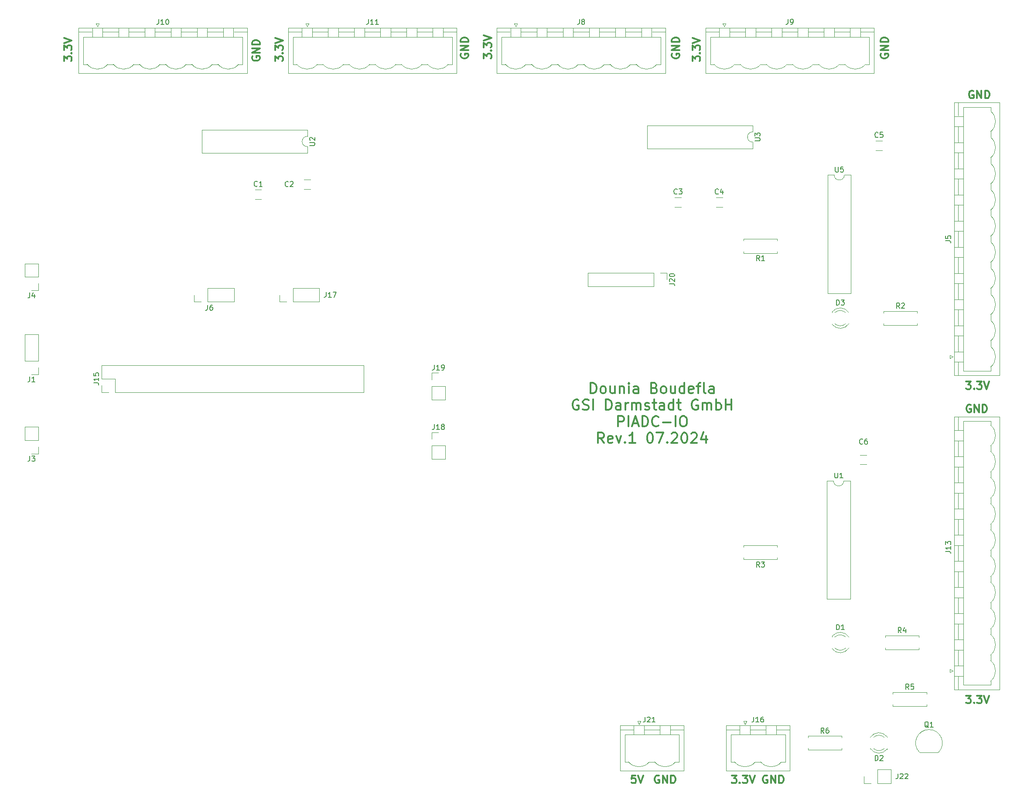
<source format=gbr>
%TF.GenerationSoftware,KiCad,Pcbnew,8.0.2*%
%TF.CreationDate,2024-07-09T15:06:59+02:00*%
%TF.ProjectId,PiADC-IO,50694144-432d-4494-9f2e-6b696361645f,1*%
%TF.SameCoordinates,Original*%
%TF.FileFunction,Legend,Top*%
%TF.FilePolarity,Positive*%
%FSLAX46Y46*%
G04 Gerber Fmt 4.6, Leading zero omitted, Abs format (unit mm)*
G04 Created by KiCad (PCBNEW 8.0.2) date 2024-07-09 15:06:59*
%MOMM*%
%LPD*%
G01*
G04 APERTURE LIST*
%ADD10C,0.300000*%
%ADD11C,0.150000*%
%ADD12C,0.120000*%
G04 APERTURE END LIST*
D10*
X218411653Y-149800828D02*
X219340225Y-149800828D01*
X219340225Y-149800828D02*
X218840225Y-150372257D01*
X218840225Y-150372257D02*
X219054510Y-150372257D01*
X219054510Y-150372257D02*
X219197368Y-150443685D01*
X219197368Y-150443685D02*
X219268796Y-150515114D01*
X219268796Y-150515114D02*
X219340225Y-150657971D01*
X219340225Y-150657971D02*
X219340225Y-151015114D01*
X219340225Y-151015114D02*
X219268796Y-151157971D01*
X219268796Y-151157971D02*
X219197368Y-151229400D01*
X219197368Y-151229400D02*
X219054510Y-151300828D01*
X219054510Y-151300828D02*
X218625939Y-151300828D01*
X218625939Y-151300828D02*
X218483082Y-151229400D01*
X218483082Y-151229400D02*
X218411653Y-151157971D01*
X219983081Y-151157971D02*
X220054510Y-151229400D01*
X220054510Y-151229400D02*
X219983081Y-151300828D01*
X219983081Y-151300828D02*
X219911653Y-151229400D01*
X219911653Y-151229400D02*
X219983081Y-151157971D01*
X219983081Y-151157971D02*
X219983081Y-151300828D01*
X220554510Y-149800828D02*
X221483082Y-149800828D01*
X221483082Y-149800828D02*
X220983082Y-150372257D01*
X220983082Y-150372257D02*
X221197367Y-150372257D01*
X221197367Y-150372257D02*
X221340225Y-150443685D01*
X221340225Y-150443685D02*
X221411653Y-150515114D01*
X221411653Y-150515114D02*
X221483082Y-150657971D01*
X221483082Y-150657971D02*
X221483082Y-151015114D01*
X221483082Y-151015114D02*
X221411653Y-151157971D01*
X221411653Y-151157971D02*
X221340225Y-151229400D01*
X221340225Y-151229400D02*
X221197367Y-151300828D01*
X221197367Y-151300828D02*
X220768796Y-151300828D01*
X220768796Y-151300828D02*
X220625939Y-151229400D01*
X220625939Y-151229400D02*
X220554510Y-151157971D01*
X221911653Y-149800828D02*
X222411653Y-151300828D01*
X222411653Y-151300828D02*
X222911653Y-149800828D01*
X154268796Y-165300828D02*
X153554510Y-165300828D01*
X153554510Y-165300828D02*
X153483082Y-166015114D01*
X153483082Y-166015114D02*
X153554510Y-165943685D01*
X153554510Y-165943685D02*
X153697368Y-165872257D01*
X153697368Y-165872257D02*
X154054510Y-165872257D01*
X154054510Y-165872257D02*
X154197368Y-165943685D01*
X154197368Y-165943685D02*
X154268796Y-166015114D01*
X154268796Y-166015114D02*
X154340225Y-166157971D01*
X154340225Y-166157971D02*
X154340225Y-166515114D01*
X154340225Y-166515114D02*
X154268796Y-166657971D01*
X154268796Y-166657971D02*
X154197368Y-166729400D01*
X154197368Y-166729400D02*
X154054510Y-166800828D01*
X154054510Y-166800828D02*
X153697368Y-166800828D01*
X153697368Y-166800828D02*
X153554510Y-166729400D01*
X153554510Y-166729400D02*
X153483082Y-166657971D01*
X154768796Y-165300828D02*
X155268796Y-166800828D01*
X155268796Y-166800828D02*
X155768796Y-165300828D01*
X120372257Y-25159774D02*
X120300828Y-25302632D01*
X120300828Y-25302632D02*
X120300828Y-25516917D01*
X120300828Y-25516917D02*
X120372257Y-25731203D01*
X120372257Y-25731203D02*
X120515114Y-25874060D01*
X120515114Y-25874060D02*
X120657971Y-25945489D01*
X120657971Y-25945489D02*
X120943685Y-26016917D01*
X120943685Y-26016917D02*
X121157971Y-26016917D01*
X121157971Y-26016917D02*
X121443685Y-25945489D01*
X121443685Y-25945489D02*
X121586542Y-25874060D01*
X121586542Y-25874060D02*
X121729400Y-25731203D01*
X121729400Y-25731203D02*
X121800828Y-25516917D01*
X121800828Y-25516917D02*
X121800828Y-25374060D01*
X121800828Y-25374060D02*
X121729400Y-25159774D01*
X121729400Y-25159774D02*
X121657971Y-25088346D01*
X121657971Y-25088346D02*
X121157971Y-25088346D01*
X121157971Y-25088346D02*
X121157971Y-25374060D01*
X121800828Y-24445489D02*
X120300828Y-24445489D01*
X120300828Y-24445489D02*
X121800828Y-23588346D01*
X121800828Y-23588346D02*
X120300828Y-23588346D01*
X121800828Y-22874060D02*
X120300828Y-22874060D01*
X120300828Y-22874060D02*
X120300828Y-22516917D01*
X120300828Y-22516917D02*
X120372257Y-22302631D01*
X120372257Y-22302631D02*
X120515114Y-22159774D01*
X120515114Y-22159774D02*
X120657971Y-22088345D01*
X120657971Y-22088345D02*
X120943685Y-22016917D01*
X120943685Y-22016917D02*
X121157971Y-22016917D01*
X121157971Y-22016917D02*
X121443685Y-22088345D01*
X121443685Y-22088345D02*
X121586542Y-22159774D01*
X121586542Y-22159774D02*
X121729400Y-22302631D01*
X121729400Y-22302631D02*
X121800828Y-22516917D01*
X121800828Y-22516917D02*
X121800828Y-22874060D01*
X79872257Y-25659774D02*
X79800828Y-25802632D01*
X79800828Y-25802632D02*
X79800828Y-26016917D01*
X79800828Y-26016917D02*
X79872257Y-26231203D01*
X79872257Y-26231203D02*
X80015114Y-26374060D01*
X80015114Y-26374060D02*
X80157971Y-26445489D01*
X80157971Y-26445489D02*
X80443685Y-26516917D01*
X80443685Y-26516917D02*
X80657971Y-26516917D01*
X80657971Y-26516917D02*
X80943685Y-26445489D01*
X80943685Y-26445489D02*
X81086542Y-26374060D01*
X81086542Y-26374060D02*
X81229400Y-26231203D01*
X81229400Y-26231203D02*
X81300828Y-26016917D01*
X81300828Y-26016917D02*
X81300828Y-25874060D01*
X81300828Y-25874060D02*
X81229400Y-25659774D01*
X81229400Y-25659774D02*
X81157971Y-25588346D01*
X81157971Y-25588346D02*
X80657971Y-25588346D01*
X80657971Y-25588346D02*
X80657971Y-25874060D01*
X81300828Y-24945489D02*
X79800828Y-24945489D01*
X79800828Y-24945489D02*
X81300828Y-24088346D01*
X81300828Y-24088346D02*
X79800828Y-24088346D01*
X81300828Y-23374060D02*
X79800828Y-23374060D01*
X79800828Y-23374060D02*
X79800828Y-23016917D01*
X79800828Y-23016917D02*
X79872257Y-22802631D01*
X79872257Y-22802631D02*
X80015114Y-22659774D01*
X80015114Y-22659774D02*
X80157971Y-22588345D01*
X80157971Y-22588345D02*
X80443685Y-22516917D01*
X80443685Y-22516917D02*
X80657971Y-22516917D01*
X80657971Y-22516917D02*
X80943685Y-22588345D01*
X80943685Y-22588345D02*
X81086542Y-22659774D01*
X81086542Y-22659774D02*
X81229400Y-22802631D01*
X81229400Y-22802631D02*
X81300828Y-23016917D01*
X81300828Y-23016917D02*
X81300828Y-23374060D01*
X43300828Y-26588346D02*
X43300828Y-25659774D01*
X43300828Y-25659774D02*
X43872257Y-26159774D01*
X43872257Y-26159774D02*
X43872257Y-25945489D01*
X43872257Y-25945489D02*
X43943685Y-25802632D01*
X43943685Y-25802632D02*
X44015114Y-25731203D01*
X44015114Y-25731203D02*
X44157971Y-25659774D01*
X44157971Y-25659774D02*
X44515114Y-25659774D01*
X44515114Y-25659774D02*
X44657971Y-25731203D01*
X44657971Y-25731203D02*
X44729400Y-25802632D01*
X44729400Y-25802632D02*
X44800828Y-25945489D01*
X44800828Y-25945489D02*
X44800828Y-26374060D01*
X44800828Y-26374060D02*
X44729400Y-26516917D01*
X44729400Y-26516917D02*
X44657971Y-26588346D01*
X44657971Y-25016918D02*
X44729400Y-24945489D01*
X44729400Y-24945489D02*
X44800828Y-25016918D01*
X44800828Y-25016918D02*
X44729400Y-25088346D01*
X44729400Y-25088346D02*
X44657971Y-25016918D01*
X44657971Y-25016918D02*
X44800828Y-25016918D01*
X43300828Y-24445489D02*
X43300828Y-23516917D01*
X43300828Y-23516917D02*
X43872257Y-24016917D01*
X43872257Y-24016917D02*
X43872257Y-23802632D01*
X43872257Y-23802632D02*
X43943685Y-23659775D01*
X43943685Y-23659775D02*
X44015114Y-23588346D01*
X44015114Y-23588346D02*
X44157971Y-23516917D01*
X44157971Y-23516917D02*
X44515114Y-23516917D01*
X44515114Y-23516917D02*
X44657971Y-23588346D01*
X44657971Y-23588346D02*
X44729400Y-23659775D01*
X44729400Y-23659775D02*
X44800828Y-23802632D01*
X44800828Y-23802632D02*
X44800828Y-24231203D01*
X44800828Y-24231203D02*
X44729400Y-24374060D01*
X44729400Y-24374060D02*
X44657971Y-24445489D01*
X43300828Y-23088346D02*
X44800828Y-22588346D01*
X44800828Y-22588346D02*
X43300828Y-22088346D01*
X219840225Y-32372257D02*
X219697368Y-32300828D01*
X219697368Y-32300828D02*
X219483082Y-32300828D01*
X219483082Y-32300828D02*
X219268796Y-32372257D01*
X219268796Y-32372257D02*
X219125939Y-32515114D01*
X219125939Y-32515114D02*
X219054510Y-32657971D01*
X219054510Y-32657971D02*
X218983082Y-32943685D01*
X218983082Y-32943685D02*
X218983082Y-33157971D01*
X218983082Y-33157971D02*
X219054510Y-33443685D01*
X219054510Y-33443685D02*
X219125939Y-33586542D01*
X219125939Y-33586542D02*
X219268796Y-33729400D01*
X219268796Y-33729400D02*
X219483082Y-33800828D01*
X219483082Y-33800828D02*
X219625939Y-33800828D01*
X219625939Y-33800828D02*
X219840225Y-33729400D01*
X219840225Y-33729400D02*
X219911653Y-33657971D01*
X219911653Y-33657971D02*
X219911653Y-33157971D01*
X219911653Y-33157971D02*
X219625939Y-33157971D01*
X220554510Y-33800828D02*
X220554510Y-32300828D01*
X220554510Y-32300828D02*
X221411653Y-33800828D01*
X221411653Y-33800828D02*
X221411653Y-32300828D01*
X222125939Y-33800828D02*
X222125939Y-32300828D01*
X222125939Y-32300828D02*
X222483082Y-32300828D01*
X222483082Y-32300828D02*
X222697368Y-32372257D01*
X222697368Y-32372257D02*
X222840225Y-32515114D01*
X222840225Y-32515114D02*
X222911654Y-32657971D01*
X222911654Y-32657971D02*
X222983082Y-32943685D01*
X222983082Y-32943685D02*
X222983082Y-33157971D01*
X222983082Y-33157971D02*
X222911654Y-33443685D01*
X222911654Y-33443685D02*
X222840225Y-33586542D01*
X222840225Y-33586542D02*
X222697368Y-33729400D01*
X222697368Y-33729400D02*
X222483082Y-33800828D01*
X222483082Y-33800828D02*
X222125939Y-33800828D01*
X219340225Y-93372257D02*
X219197368Y-93300828D01*
X219197368Y-93300828D02*
X218983082Y-93300828D01*
X218983082Y-93300828D02*
X218768796Y-93372257D01*
X218768796Y-93372257D02*
X218625939Y-93515114D01*
X218625939Y-93515114D02*
X218554510Y-93657971D01*
X218554510Y-93657971D02*
X218483082Y-93943685D01*
X218483082Y-93943685D02*
X218483082Y-94157971D01*
X218483082Y-94157971D02*
X218554510Y-94443685D01*
X218554510Y-94443685D02*
X218625939Y-94586542D01*
X218625939Y-94586542D02*
X218768796Y-94729400D01*
X218768796Y-94729400D02*
X218983082Y-94800828D01*
X218983082Y-94800828D02*
X219125939Y-94800828D01*
X219125939Y-94800828D02*
X219340225Y-94729400D01*
X219340225Y-94729400D02*
X219411653Y-94657971D01*
X219411653Y-94657971D02*
X219411653Y-94157971D01*
X219411653Y-94157971D02*
X219125939Y-94157971D01*
X220054510Y-94800828D02*
X220054510Y-93300828D01*
X220054510Y-93300828D02*
X220911653Y-94800828D01*
X220911653Y-94800828D02*
X220911653Y-93300828D01*
X221625939Y-94800828D02*
X221625939Y-93300828D01*
X221625939Y-93300828D02*
X221983082Y-93300828D01*
X221983082Y-93300828D02*
X222197368Y-93372257D01*
X222197368Y-93372257D02*
X222340225Y-93515114D01*
X222340225Y-93515114D02*
X222411654Y-93657971D01*
X222411654Y-93657971D02*
X222483082Y-93943685D01*
X222483082Y-93943685D02*
X222483082Y-94157971D01*
X222483082Y-94157971D02*
X222411654Y-94443685D01*
X222411654Y-94443685D02*
X222340225Y-94586542D01*
X222340225Y-94586542D02*
X222197368Y-94729400D01*
X222197368Y-94729400D02*
X221983082Y-94800828D01*
X221983082Y-94800828D02*
X221625939Y-94800828D01*
X84300828Y-26588346D02*
X84300828Y-25659774D01*
X84300828Y-25659774D02*
X84872257Y-26159774D01*
X84872257Y-26159774D02*
X84872257Y-25945489D01*
X84872257Y-25945489D02*
X84943685Y-25802632D01*
X84943685Y-25802632D02*
X85015114Y-25731203D01*
X85015114Y-25731203D02*
X85157971Y-25659774D01*
X85157971Y-25659774D02*
X85515114Y-25659774D01*
X85515114Y-25659774D02*
X85657971Y-25731203D01*
X85657971Y-25731203D02*
X85729400Y-25802632D01*
X85729400Y-25802632D02*
X85800828Y-25945489D01*
X85800828Y-25945489D02*
X85800828Y-26374060D01*
X85800828Y-26374060D02*
X85729400Y-26516917D01*
X85729400Y-26516917D02*
X85657971Y-26588346D01*
X85657971Y-25016918D02*
X85729400Y-24945489D01*
X85729400Y-24945489D02*
X85800828Y-25016918D01*
X85800828Y-25016918D02*
X85729400Y-25088346D01*
X85729400Y-25088346D02*
X85657971Y-25016918D01*
X85657971Y-25016918D02*
X85800828Y-25016918D01*
X84300828Y-24445489D02*
X84300828Y-23516917D01*
X84300828Y-23516917D02*
X84872257Y-24016917D01*
X84872257Y-24016917D02*
X84872257Y-23802632D01*
X84872257Y-23802632D02*
X84943685Y-23659775D01*
X84943685Y-23659775D02*
X85015114Y-23588346D01*
X85015114Y-23588346D02*
X85157971Y-23516917D01*
X85157971Y-23516917D02*
X85515114Y-23516917D01*
X85515114Y-23516917D02*
X85657971Y-23588346D01*
X85657971Y-23588346D02*
X85729400Y-23659775D01*
X85729400Y-23659775D02*
X85800828Y-23802632D01*
X85800828Y-23802632D02*
X85800828Y-24231203D01*
X85800828Y-24231203D02*
X85729400Y-24374060D01*
X85729400Y-24374060D02*
X85657971Y-24445489D01*
X84300828Y-23088346D02*
X85800828Y-22588346D01*
X85800828Y-22588346D02*
X84300828Y-22088346D01*
X172911653Y-165300828D02*
X173840225Y-165300828D01*
X173840225Y-165300828D02*
X173340225Y-165872257D01*
X173340225Y-165872257D02*
X173554510Y-165872257D01*
X173554510Y-165872257D02*
X173697368Y-165943685D01*
X173697368Y-165943685D02*
X173768796Y-166015114D01*
X173768796Y-166015114D02*
X173840225Y-166157971D01*
X173840225Y-166157971D02*
X173840225Y-166515114D01*
X173840225Y-166515114D02*
X173768796Y-166657971D01*
X173768796Y-166657971D02*
X173697368Y-166729400D01*
X173697368Y-166729400D02*
X173554510Y-166800828D01*
X173554510Y-166800828D02*
X173125939Y-166800828D01*
X173125939Y-166800828D02*
X172983082Y-166729400D01*
X172983082Y-166729400D02*
X172911653Y-166657971D01*
X174483081Y-166657971D02*
X174554510Y-166729400D01*
X174554510Y-166729400D02*
X174483081Y-166800828D01*
X174483081Y-166800828D02*
X174411653Y-166729400D01*
X174411653Y-166729400D02*
X174483081Y-166657971D01*
X174483081Y-166657971D02*
X174483081Y-166800828D01*
X175054510Y-165300828D02*
X175983082Y-165300828D01*
X175983082Y-165300828D02*
X175483082Y-165872257D01*
X175483082Y-165872257D02*
X175697367Y-165872257D01*
X175697367Y-165872257D02*
X175840225Y-165943685D01*
X175840225Y-165943685D02*
X175911653Y-166015114D01*
X175911653Y-166015114D02*
X175983082Y-166157971D01*
X175983082Y-166157971D02*
X175983082Y-166515114D01*
X175983082Y-166515114D02*
X175911653Y-166657971D01*
X175911653Y-166657971D02*
X175840225Y-166729400D01*
X175840225Y-166729400D02*
X175697367Y-166800828D01*
X175697367Y-166800828D02*
X175268796Y-166800828D01*
X175268796Y-166800828D02*
X175125939Y-166729400D01*
X175125939Y-166729400D02*
X175054510Y-166657971D01*
X176411653Y-165300828D02*
X176911653Y-166800828D01*
X176911653Y-166800828D02*
X177411653Y-165300828D01*
X145547618Y-91079806D02*
X145547618Y-89079806D01*
X145547618Y-89079806D02*
X146023808Y-89079806D01*
X146023808Y-89079806D02*
X146309523Y-89175044D01*
X146309523Y-89175044D02*
X146499999Y-89365520D01*
X146499999Y-89365520D02*
X146595237Y-89555996D01*
X146595237Y-89555996D02*
X146690475Y-89936948D01*
X146690475Y-89936948D02*
X146690475Y-90222663D01*
X146690475Y-90222663D02*
X146595237Y-90603615D01*
X146595237Y-90603615D02*
X146499999Y-90794091D01*
X146499999Y-90794091D02*
X146309523Y-90984568D01*
X146309523Y-90984568D02*
X146023808Y-91079806D01*
X146023808Y-91079806D02*
X145547618Y-91079806D01*
X147833332Y-91079806D02*
X147642856Y-90984568D01*
X147642856Y-90984568D02*
X147547618Y-90889329D01*
X147547618Y-90889329D02*
X147452380Y-90698853D01*
X147452380Y-90698853D02*
X147452380Y-90127425D01*
X147452380Y-90127425D02*
X147547618Y-89936948D01*
X147547618Y-89936948D02*
X147642856Y-89841710D01*
X147642856Y-89841710D02*
X147833332Y-89746472D01*
X147833332Y-89746472D02*
X148119047Y-89746472D01*
X148119047Y-89746472D02*
X148309523Y-89841710D01*
X148309523Y-89841710D02*
X148404761Y-89936948D01*
X148404761Y-89936948D02*
X148499999Y-90127425D01*
X148499999Y-90127425D02*
X148499999Y-90698853D01*
X148499999Y-90698853D02*
X148404761Y-90889329D01*
X148404761Y-90889329D02*
X148309523Y-90984568D01*
X148309523Y-90984568D02*
X148119047Y-91079806D01*
X148119047Y-91079806D02*
X147833332Y-91079806D01*
X150214285Y-89746472D02*
X150214285Y-91079806D01*
X149357142Y-89746472D02*
X149357142Y-90794091D01*
X149357142Y-90794091D02*
X149452380Y-90984568D01*
X149452380Y-90984568D02*
X149642856Y-91079806D01*
X149642856Y-91079806D02*
X149928571Y-91079806D01*
X149928571Y-91079806D02*
X150119047Y-90984568D01*
X150119047Y-90984568D02*
X150214285Y-90889329D01*
X151166666Y-89746472D02*
X151166666Y-91079806D01*
X151166666Y-89936948D02*
X151261904Y-89841710D01*
X151261904Y-89841710D02*
X151452380Y-89746472D01*
X151452380Y-89746472D02*
X151738095Y-89746472D01*
X151738095Y-89746472D02*
X151928571Y-89841710D01*
X151928571Y-89841710D02*
X152023809Y-90032187D01*
X152023809Y-90032187D02*
X152023809Y-91079806D01*
X152976190Y-91079806D02*
X152976190Y-89746472D01*
X152976190Y-89079806D02*
X152880952Y-89175044D01*
X152880952Y-89175044D02*
X152976190Y-89270282D01*
X152976190Y-89270282D02*
X153071428Y-89175044D01*
X153071428Y-89175044D02*
X152976190Y-89079806D01*
X152976190Y-89079806D02*
X152976190Y-89270282D01*
X154785714Y-91079806D02*
X154785714Y-90032187D01*
X154785714Y-90032187D02*
X154690476Y-89841710D01*
X154690476Y-89841710D02*
X154500000Y-89746472D01*
X154500000Y-89746472D02*
X154119047Y-89746472D01*
X154119047Y-89746472D02*
X153928571Y-89841710D01*
X154785714Y-90984568D02*
X154595238Y-91079806D01*
X154595238Y-91079806D02*
X154119047Y-91079806D01*
X154119047Y-91079806D02*
X153928571Y-90984568D01*
X153928571Y-90984568D02*
X153833333Y-90794091D01*
X153833333Y-90794091D02*
X153833333Y-90603615D01*
X153833333Y-90603615D02*
X153928571Y-90413139D01*
X153928571Y-90413139D02*
X154119047Y-90317901D01*
X154119047Y-90317901D02*
X154595238Y-90317901D01*
X154595238Y-90317901D02*
X154785714Y-90222663D01*
X157928572Y-90032187D02*
X158214286Y-90127425D01*
X158214286Y-90127425D02*
X158309524Y-90222663D01*
X158309524Y-90222663D02*
X158404762Y-90413139D01*
X158404762Y-90413139D02*
X158404762Y-90698853D01*
X158404762Y-90698853D02*
X158309524Y-90889329D01*
X158309524Y-90889329D02*
X158214286Y-90984568D01*
X158214286Y-90984568D02*
X158023810Y-91079806D01*
X158023810Y-91079806D02*
X157261905Y-91079806D01*
X157261905Y-91079806D02*
X157261905Y-89079806D01*
X157261905Y-89079806D02*
X157928572Y-89079806D01*
X157928572Y-89079806D02*
X158119048Y-89175044D01*
X158119048Y-89175044D02*
X158214286Y-89270282D01*
X158214286Y-89270282D02*
X158309524Y-89460758D01*
X158309524Y-89460758D02*
X158309524Y-89651234D01*
X158309524Y-89651234D02*
X158214286Y-89841710D01*
X158214286Y-89841710D02*
X158119048Y-89936948D01*
X158119048Y-89936948D02*
X157928572Y-90032187D01*
X157928572Y-90032187D02*
X157261905Y-90032187D01*
X159547619Y-91079806D02*
X159357143Y-90984568D01*
X159357143Y-90984568D02*
X159261905Y-90889329D01*
X159261905Y-90889329D02*
X159166667Y-90698853D01*
X159166667Y-90698853D02*
X159166667Y-90127425D01*
X159166667Y-90127425D02*
X159261905Y-89936948D01*
X159261905Y-89936948D02*
X159357143Y-89841710D01*
X159357143Y-89841710D02*
X159547619Y-89746472D01*
X159547619Y-89746472D02*
X159833334Y-89746472D01*
X159833334Y-89746472D02*
X160023810Y-89841710D01*
X160023810Y-89841710D02*
X160119048Y-89936948D01*
X160119048Y-89936948D02*
X160214286Y-90127425D01*
X160214286Y-90127425D02*
X160214286Y-90698853D01*
X160214286Y-90698853D02*
X160119048Y-90889329D01*
X160119048Y-90889329D02*
X160023810Y-90984568D01*
X160023810Y-90984568D02*
X159833334Y-91079806D01*
X159833334Y-91079806D02*
X159547619Y-91079806D01*
X161928572Y-89746472D02*
X161928572Y-91079806D01*
X161071429Y-89746472D02*
X161071429Y-90794091D01*
X161071429Y-90794091D02*
X161166667Y-90984568D01*
X161166667Y-90984568D02*
X161357143Y-91079806D01*
X161357143Y-91079806D02*
X161642858Y-91079806D01*
X161642858Y-91079806D02*
X161833334Y-90984568D01*
X161833334Y-90984568D02*
X161928572Y-90889329D01*
X163738096Y-91079806D02*
X163738096Y-89079806D01*
X163738096Y-90984568D02*
X163547620Y-91079806D01*
X163547620Y-91079806D02*
X163166667Y-91079806D01*
X163166667Y-91079806D02*
X162976191Y-90984568D01*
X162976191Y-90984568D02*
X162880953Y-90889329D01*
X162880953Y-90889329D02*
X162785715Y-90698853D01*
X162785715Y-90698853D02*
X162785715Y-90127425D01*
X162785715Y-90127425D02*
X162880953Y-89936948D01*
X162880953Y-89936948D02*
X162976191Y-89841710D01*
X162976191Y-89841710D02*
X163166667Y-89746472D01*
X163166667Y-89746472D02*
X163547620Y-89746472D01*
X163547620Y-89746472D02*
X163738096Y-89841710D01*
X165452382Y-90984568D02*
X165261906Y-91079806D01*
X165261906Y-91079806D02*
X164880953Y-91079806D01*
X164880953Y-91079806D02*
X164690477Y-90984568D01*
X164690477Y-90984568D02*
X164595239Y-90794091D01*
X164595239Y-90794091D02*
X164595239Y-90032187D01*
X164595239Y-90032187D02*
X164690477Y-89841710D01*
X164690477Y-89841710D02*
X164880953Y-89746472D01*
X164880953Y-89746472D02*
X165261906Y-89746472D01*
X165261906Y-89746472D02*
X165452382Y-89841710D01*
X165452382Y-89841710D02*
X165547620Y-90032187D01*
X165547620Y-90032187D02*
X165547620Y-90222663D01*
X165547620Y-90222663D02*
X164595239Y-90413139D01*
X166119049Y-89746472D02*
X166880953Y-89746472D01*
X166404763Y-91079806D02*
X166404763Y-89365520D01*
X166404763Y-89365520D02*
X166500001Y-89175044D01*
X166500001Y-89175044D02*
X166690477Y-89079806D01*
X166690477Y-89079806D02*
X166880953Y-89079806D01*
X167833334Y-91079806D02*
X167642858Y-90984568D01*
X167642858Y-90984568D02*
X167547620Y-90794091D01*
X167547620Y-90794091D02*
X167547620Y-89079806D01*
X169452382Y-91079806D02*
X169452382Y-90032187D01*
X169452382Y-90032187D02*
X169357144Y-89841710D01*
X169357144Y-89841710D02*
X169166668Y-89746472D01*
X169166668Y-89746472D02*
X168785715Y-89746472D01*
X168785715Y-89746472D02*
X168595239Y-89841710D01*
X169452382Y-90984568D02*
X169261906Y-91079806D01*
X169261906Y-91079806D02*
X168785715Y-91079806D01*
X168785715Y-91079806D02*
X168595239Y-90984568D01*
X168595239Y-90984568D02*
X168500001Y-90794091D01*
X168500001Y-90794091D02*
X168500001Y-90603615D01*
X168500001Y-90603615D02*
X168595239Y-90413139D01*
X168595239Y-90413139D02*
X168785715Y-90317901D01*
X168785715Y-90317901D02*
X169261906Y-90317901D01*
X169261906Y-90317901D02*
X169452382Y-90222663D01*
X143166665Y-92394932D02*
X142976189Y-92299694D01*
X142976189Y-92299694D02*
X142690475Y-92299694D01*
X142690475Y-92299694D02*
X142404760Y-92394932D01*
X142404760Y-92394932D02*
X142214284Y-92585408D01*
X142214284Y-92585408D02*
X142119046Y-92775884D01*
X142119046Y-92775884D02*
X142023808Y-93156836D01*
X142023808Y-93156836D02*
X142023808Y-93442551D01*
X142023808Y-93442551D02*
X142119046Y-93823503D01*
X142119046Y-93823503D02*
X142214284Y-94013979D01*
X142214284Y-94013979D02*
X142404760Y-94204456D01*
X142404760Y-94204456D02*
X142690475Y-94299694D01*
X142690475Y-94299694D02*
X142880951Y-94299694D01*
X142880951Y-94299694D02*
X143166665Y-94204456D01*
X143166665Y-94204456D02*
X143261903Y-94109217D01*
X143261903Y-94109217D02*
X143261903Y-93442551D01*
X143261903Y-93442551D02*
X142880951Y-93442551D01*
X144023808Y-94204456D02*
X144309522Y-94299694D01*
X144309522Y-94299694D02*
X144785713Y-94299694D01*
X144785713Y-94299694D02*
X144976189Y-94204456D01*
X144976189Y-94204456D02*
X145071427Y-94109217D01*
X145071427Y-94109217D02*
X145166665Y-93918741D01*
X145166665Y-93918741D02*
X145166665Y-93728265D01*
X145166665Y-93728265D02*
X145071427Y-93537789D01*
X145071427Y-93537789D02*
X144976189Y-93442551D01*
X144976189Y-93442551D02*
X144785713Y-93347313D01*
X144785713Y-93347313D02*
X144404760Y-93252075D01*
X144404760Y-93252075D02*
X144214284Y-93156836D01*
X144214284Y-93156836D02*
X144119046Y-93061598D01*
X144119046Y-93061598D02*
X144023808Y-92871122D01*
X144023808Y-92871122D02*
X144023808Y-92680646D01*
X144023808Y-92680646D02*
X144119046Y-92490170D01*
X144119046Y-92490170D02*
X144214284Y-92394932D01*
X144214284Y-92394932D02*
X144404760Y-92299694D01*
X144404760Y-92299694D02*
X144880951Y-92299694D01*
X144880951Y-92299694D02*
X145166665Y-92394932D01*
X146023808Y-94299694D02*
X146023808Y-92299694D01*
X148499999Y-94299694D02*
X148499999Y-92299694D01*
X148499999Y-92299694D02*
X148976189Y-92299694D01*
X148976189Y-92299694D02*
X149261904Y-92394932D01*
X149261904Y-92394932D02*
X149452380Y-92585408D01*
X149452380Y-92585408D02*
X149547618Y-92775884D01*
X149547618Y-92775884D02*
X149642856Y-93156836D01*
X149642856Y-93156836D02*
X149642856Y-93442551D01*
X149642856Y-93442551D02*
X149547618Y-93823503D01*
X149547618Y-93823503D02*
X149452380Y-94013979D01*
X149452380Y-94013979D02*
X149261904Y-94204456D01*
X149261904Y-94204456D02*
X148976189Y-94299694D01*
X148976189Y-94299694D02*
X148499999Y-94299694D01*
X151357142Y-94299694D02*
X151357142Y-93252075D01*
X151357142Y-93252075D02*
X151261904Y-93061598D01*
X151261904Y-93061598D02*
X151071428Y-92966360D01*
X151071428Y-92966360D02*
X150690475Y-92966360D01*
X150690475Y-92966360D02*
X150499999Y-93061598D01*
X151357142Y-94204456D02*
X151166666Y-94299694D01*
X151166666Y-94299694D02*
X150690475Y-94299694D01*
X150690475Y-94299694D02*
X150499999Y-94204456D01*
X150499999Y-94204456D02*
X150404761Y-94013979D01*
X150404761Y-94013979D02*
X150404761Y-93823503D01*
X150404761Y-93823503D02*
X150499999Y-93633027D01*
X150499999Y-93633027D02*
X150690475Y-93537789D01*
X150690475Y-93537789D02*
X151166666Y-93537789D01*
X151166666Y-93537789D02*
X151357142Y-93442551D01*
X152309523Y-94299694D02*
X152309523Y-92966360D01*
X152309523Y-93347313D02*
X152404761Y-93156836D01*
X152404761Y-93156836D02*
X152499999Y-93061598D01*
X152499999Y-93061598D02*
X152690475Y-92966360D01*
X152690475Y-92966360D02*
X152880952Y-92966360D01*
X153547618Y-94299694D02*
X153547618Y-92966360D01*
X153547618Y-93156836D02*
X153642856Y-93061598D01*
X153642856Y-93061598D02*
X153833332Y-92966360D01*
X153833332Y-92966360D02*
X154119047Y-92966360D01*
X154119047Y-92966360D02*
X154309523Y-93061598D01*
X154309523Y-93061598D02*
X154404761Y-93252075D01*
X154404761Y-93252075D02*
X154404761Y-94299694D01*
X154404761Y-93252075D02*
X154499999Y-93061598D01*
X154499999Y-93061598D02*
X154690475Y-92966360D01*
X154690475Y-92966360D02*
X154976189Y-92966360D01*
X154976189Y-92966360D02*
X155166666Y-93061598D01*
X155166666Y-93061598D02*
X155261904Y-93252075D01*
X155261904Y-93252075D02*
X155261904Y-94299694D01*
X156119047Y-94204456D02*
X156309523Y-94299694D01*
X156309523Y-94299694D02*
X156690475Y-94299694D01*
X156690475Y-94299694D02*
X156880952Y-94204456D01*
X156880952Y-94204456D02*
X156976190Y-94013979D01*
X156976190Y-94013979D02*
X156976190Y-93918741D01*
X156976190Y-93918741D02*
X156880952Y-93728265D01*
X156880952Y-93728265D02*
X156690475Y-93633027D01*
X156690475Y-93633027D02*
X156404761Y-93633027D01*
X156404761Y-93633027D02*
X156214285Y-93537789D01*
X156214285Y-93537789D02*
X156119047Y-93347313D01*
X156119047Y-93347313D02*
X156119047Y-93252075D01*
X156119047Y-93252075D02*
X156214285Y-93061598D01*
X156214285Y-93061598D02*
X156404761Y-92966360D01*
X156404761Y-92966360D02*
X156690475Y-92966360D01*
X156690475Y-92966360D02*
X156880952Y-93061598D01*
X157547619Y-92966360D02*
X158309523Y-92966360D01*
X157833333Y-92299694D02*
X157833333Y-94013979D01*
X157833333Y-94013979D02*
X157928571Y-94204456D01*
X157928571Y-94204456D02*
X158119047Y-94299694D01*
X158119047Y-94299694D02*
X158309523Y-94299694D01*
X159833333Y-94299694D02*
X159833333Y-93252075D01*
X159833333Y-93252075D02*
X159738095Y-93061598D01*
X159738095Y-93061598D02*
X159547619Y-92966360D01*
X159547619Y-92966360D02*
X159166666Y-92966360D01*
X159166666Y-92966360D02*
X158976190Y-93061598D01*
X159833333Y-94204456D02*
X159642857Y-94299694D01*
X159642857Y-94299694D02*
X159166666Y-94299694D01*
X159166666Y-94299694D02*
X158976190Y-94204456D01*
X158976190Y-94204456D02*
X158880952Y-94013979D01*
X158880952Y-94013979D02*
X158880952Y-93823503D01*
X158880952Y-93823503D02*
X158976190Y-93633027D01*
X158976190Y-93633027D02*
X159166666Y-93537789D01*
X159166666Y-93537789D02*
X159642857Y-93537789D01*
X159642857Y-93537789D02*
X159833333Y-93442551D01*
X161642857Y-94299694D02*
X161642857Y-92299694D01*
X161642857Y-94204456D02*
X161452381Y-94299694D01*
X161452381Y-94299694D02*
X161071428Y-94299694D01*
X161071428Y-94299694D02*
X160880952Y-94204456D01*
X160880952Y-94204456D02*
X160785714Y-94109217D01*
X160785714Y-94109217D02*
X160690476Y-93918741D01*
X160690476Y-93918741D02*
X160690476Y-93347313D01*
X160690476Y-93347313D02*
X160785714Y-93156836D01*
X160785714Y-93156836D02*
X160880952Y-93061598D01*
X160880952Y-93061598D02*
X161071428Y-92966360D01*
X161071428Y-92966360D02*
X161452381Y-92966360D01*
X161452381Y-92966360D02*
X161642857Y-93061598D01*
X162309524Y-92966360D02*
X163071428Y-92966360D01*
X162595238Y-92299694D02*
X162595238Y-94013979D01*
X162595238Y-94013979D02*
X162690476Y-94204456D01*
X162690476Y-94204456D02*
X162880952Y-94299694D01*
X162880952Y-94299694D02*
X163071428Y-94299694D01*
X166309524Y-92394932D02*
X166119048Y-92299694D01*
X166119048Y-92299694D02*
X165833334Y-92299694D01*
X165833334Y-92299694D02*
X165547619Y-92394932D01*
X165547619Y-92394932D02*
X165357143Y-92585408D01*
X165357143Y-92585408D02*
X165261905Y-92775884D01*
X165261905Y-92775884D02*
X165166667Y-93156836D01*
X165166667Y-93156836D02*
X165166667Y-93442551D01*
X165166667Y-93442551D02*
X165261905Y-93823503D01*
X165261905Y-93823503D02*
X165357143Y-94013979D01*
X165357143Y-94013979D02*
X165547619Y-94204456D01*
X165547619Y-94204456D02*
X165833334Y-94299694D01*
X165833334Y-94299694D02*
X166023810Y-94299694D01*
X166023810Y-94299694D02*
X166309524Y-94204456D01*
X166309524Y-94204456D02*
X166404762Y-94109217D01*
X166404762Y-94109217D02*
X166404762Y-93442551D01*
X166404762Y-93442551D02*
X166023810Y-93442551D01*
X167261905Y-94299694D02*
X167261905Y-92966360D01*
X167261905Y-93156836D02*
X167357143Y-93061598D01*
X167357143Y-93061598D02*
X167547619Y-92966360D01*
X167547619Y-92966360D02*
X167833334Y-92966360D01*
X167833334Y-92966360D02*
X168023810Y-93061598D01*
X168023810Y-93061598D02*
X168119048Y-93252075D01*
X168119048Y-93252075D02*
X168119048Y-94299694D01*
X168119048Y-93252075D02*
X168214286Y-93061598D01*
X168214286Y-93061598D02*
X168404762Y-92966360D01*
X168404762Y-92966360D02*
X168690476Y-92966360D01*
X168690476Y-92966360D02*
X168880953Y-93061598D01*
X168880953Y-93061598D02*
X168976191Y-93252075D01*
X168976191Y-93252075D02*
X168976191Y-94299694D01*
X169928572Y-94299694D02*
X169928572Y-92299694D01*
X169928572Y-93061598D02*
X170119048Y-92966360D01*
X170119048Y-92966360D02*
X170500001Y-92966360D01*
X170500001Y-92966360D02*
X170690477Y-93061598D01*
X170690477Y-93061598D02*
X170785715Y-93156836D01*
X170785715Y-93156836D02*
X170880953Y-93347313D01*
X170880953Y-93347313D02*
X170880953Y-93918741D01*
X170880953Y-93918741D02*
X170785715Y-94109217D01*
X170785715Y-94109217D02*
X170690477Y-94204456D01*
X170690477Y-94204456D02*
X170500001Y-94299694D01*
X170500001Y-94299694D02*
X170119048Y-94299694D01*
X170119048Y-94299694D02*
X169928572Y-94204456D01*
X171738096Y-94299694D02*
X171738096Y-92299694D01*
X171738096Y-93252075D02*
X172880953Y-93252075D01*
X172880953Y-94299694D02*
X172880953Y-92299694D01*
X150880952Y-97519582D02*
X150880952Y-95519582D01*
X150880952Y-95519582D02*
X151642857Y-95519582D01*
X151642857Y-95519582D02*
X151833333Y-95614820D01*
X151833333Y-95614820D02*
X151928571Y-95710058D01*
X151928571Y-95710058D02*
X152023809Y-95900534D01*
X152023809Y-95900534D02*
X152023809Y-96186248D01*
X152023809Y-96186248D02*
X151928571Y-96376724D01*
X151928571Y-96376724D02*
X151833333Y-96471963D01*
X151833333Y-96471963D02*
X151642857Y-96567201D01*
X151642857Y-96567201D02*
X150880952Y-96567201D01*
X152880952Y-97519582D02*
X152880952Y-95519582D01*
X153738095Y-96948153D02*
X154690476Y-96948153D01*
X153547619Y-97519582D02*
X154214285Y-95519582D01*
X154214285Y-95519582D02*
X154880952Y-97519582D01*
X155547619Y-97519582D02*
X155547619Y-95519582D01*
X155547619Y-95519582D02*
X156023809Y-95519582D01*
X156023809Y-95519582D02*
X156309524Y-95614820D01*
X156309524Y-95614820D02*
X156500000Y-95805296D01*
X156500000Y-95805296D02*
X156595238Y-95995772D01*
X156595238Y-95995772D02*
X156690476Y-96376724D01*
X156690476Y-96376724D02*
X156690476Y-96662439D01*
X156690476Y-96662439D02*
X156595238Y-97043391D01*
X156595238Y-97043391D02*
X156500000Y-97233867D01*
X156500000Y-97233867D02*
X156309524Y-97424344D01*
X156309524Y-97424344D02*
X156023809Y-97519582D01*
X156023809Y-97519582D02*
X155547619Y-97519582D01*
X158690476Y-97329105D02*
X158595238Y-97424344D01*
X158595238Y-97424344D02*
X158309524Y-97519582D01*
X158309524Y-97519582D02*
X158119048Y-97519582D01*
X158119048Y-97519582D02*
X157833333Y-97424344D01*
X157833333Y-97424344D02*
X157642857Y-97233867D01*
X157642857Y-97233867D02*
X157547619Y-97043391D01*
X157547619Y-97043391D02*
X157452381Y-96662439D01*
X157452381Y-96662439D02*
X157452381Y-96376724D01*
X157452381Y-96376724D02*
X157547619Y-95995772D01*
X157547619Y-95995772D02*
X157642857Y-95805296D01*
X157642857Y-95805296D02*
X157833333Y-95614820D01*
X157833333Y-95614820D02*
X158119048Y-95519582D01*
X158119048Y-95519582D02*
X158309524Y-95519582D01*
X158309524Y-95519582D02*
X158595238Y-95614820D01*
X158595238Y-95614820D02*
X158690476Y-95710058D01*
X159547619Y-96757677D02*
X161071429Y-96757677D01*
X162023809Y-97519582D02*
X162023809Y-95519582D01*
X163357142Y-95519582D02*
X163738095Y-95519582D01*
X163738095Y-95519582D02*
X163928571Y-95614820D01*
X163928571Y-95614820D02*
X164119047Y-95805296D01*
X164119047Y-95805296D02*
X164214285Y-96186248D01*
X164214285Y-96186248D02*
X164214285Y-96852915D01*
X164214285Y-96852915D02*
X164119047Y-97233867D01*
X164119047Y-97233867D02*
X163928571Y-97424344D01*
X163928571Y-97424344D02*
X163738095Y-97519582D01*
X163738095Y-97519582D02*
X163357142Y-97519582D01*
X163357142Y-97519582D02*
X163166666Y-97424344D01*
X163166666Y-97424344D02*
X162976190Y-97233867D01*
X162976190Y-97233867D02*
X162880952Y-96852915D01*
X162880952Y-96852915D02*
X162880952Y-96186248D01*
X162880952Y-96186248D02*
X162976190Y-95805296D01*
X162976190Y-95805296D02*
X163166666Y-95614820D01*
X163166666Y-95614820D02*
X163357142Y-95519582D01*
X148119046Y-100739470D02*
X147452379Y-99787089D01*
X146976189Y-100739470D02*
X146976189Y-98739470D01*
X146976189Y-98739470D02*
X147738094Y-98739470D01*
X147738094Y-98739470D02*
X147928570Y-98834708D01*
X147928570Y-98834708D02*
X148023808Y-98929946D01*
X148023808Y-98929946D02*
X148119046Y-99120422D01*
X148119046Y-99120422D02*
X148119046Y-99406136D01*
X148119046Y-99406136D02*
X148023808Y-99596612D01*
X148023808Y-99596612D02*
X147928570Y-99691851D01*
X147928570Y-99691851D02*
X147738094Y-99787089D01*
X147738094Y-99787089D02*
X146976189Y-99787089D01*
X149738094Y-100644232D02*
X149547618Y-100739470D01*
X149547618Y-100739470D02*
X149166665Y-100739470D01*
X149166665Y-100739470D02*
X148976189Y-100644232D01*
X148976189Y-100644232D02*
X148880951Y-100453755D01*
X148880951Y-100453755D02*
X148880951Y-99691851D01*
X148880951Y-99691851D02*
X148976189Y-99501374D01*
X148976189Y-99501374D02*
X149166665Y-99406136D01*
X149166665Y-99406136D02*
X149547618Y-99406136D01*
X149547618Y-99406136D02*
X149738094Y-99501374D01*
X149738094Y-99501374D02*
X149833332Y-99691851D01*
X149833332Y-99691851D02*
X149833332Y-99882327D01*
X149833332Y-99882327D02*
X148880951Y-100072803D01*
X150499999Y-99406136D02*
X150976189Y-100739470D01*
X150976189Y-100739470D02*
X151452380Y-99406136D01*
X152214285Y-100548993D02*
X152309523Y-100644232D01*
X152309523Y-100644232D02*
X152214285Y-100739470D01*
X152214285Y-100739470D02*
X152119047Y-100644232D01*
X152119047Y-100644232D02*
X152214285Y-100548993D01*
X152214285Y-100548993D02*
X152214285Y-100739470D01*
X154214285Y-100739470D02*
X153071428Y-100739470D01*
X153642856Y-100739470D02*
X153642856Y-98739470D01*
X153642856Y-98739470D02*
X153452380Y-99025184D01*
X153452380Y-99025184D02*
X153261904Y-99215660D01*
X153261904Y-99215660D02*
X153071428Y-99310898D01*
X156976190Y-98739470D02*
X157166667Y-98739470D01*
X157166667Y-98739470D02*
X157357143Y-98834708D01*
X157357143Y-98834708D02*
X157452381Y-98929946D01*
X157452381Y-98929946D02*
X157547619Y-99120422D01*
X157547619Y-99120422D02*
X157642857Y-99501374D01*
X157642857Y-99501374D02*
X157642857Y-99977565D01*
X157642857Y-99977565D02*
X157547619Y-100358517D01*
X157547619Y-100358517D02*
X157452381Y-100548993D01*
X157452381Y-100548993D02*
X157357143Y-100644232D01*
X157357143Y-100644232D02*
X157166667Y-100739470D01*
X157166667Y-100739470D02*
X156976190Y-100739470D01*
X156976190Y-100739470D02*
X156785714Y-100644232D01*
X156785714Y-100644232D02*
X156690476Y-100548993D01*
X156690476Y-100548993D02*
X156595238Y-100358517D01*
X156595238Y-100358517D02*
X156500000Y-99977565D01*
X156500000Y-99977565D02*
X156500000Y-99501374D01*
X156500000Y-99501374D02*
X156595238Y-99120422D01*
X156595238Y-99120422D02*
X156690476Y-98929946D01*
X156690476Y-98929946D02*
X156785714Y-98834708D01*
X156785714Y-98834708D02*
X156976190Y-98739470D01*
X158309524Y-98739470D02*
X159642857Y-98739470D01*
X159642857Y-98739470D02*
X158785714Y-100739470D01*
X160404762Y-100548993D02*
X160500000Y-100644232D01*
X160500000Y-100644232D02*
X160404762Y-100739470D01*
X160404762Y-100739470D02*
X160309524Y-100644232D01*
X160309524Y-100644232D02*
X160404762Y-100548993D01*
X160404762Y-100548993D02*
X160404762Y-100739470D01*
X161261905Y-98929946D02*
X161357143Y-98834708D01*
X161357143Y-98834708D02*
X161547619Y-98739470D01*
X161547619Y-98739470D02*
X162023810Y-98739470D01*
X162023810Y-98739470D02*
X162214286Y-98834708D01*
X162214286Y-98834708D02*
X162309524Y-98929946D01*
X162309524Y-98929946D02*
X162404762Y-99120422D01*
X162404762Y-99120422D02*
X162404762Y-99310898D01*
X162404762Y-99310898D02*
X162309524Y-99596612D01*
X162309524Y-99596612D02*
X161166667Y-100739470D01*
X161166667Y-100739470D02*
X162404762Y-100739470D01*
X163642857Y-98739470D02*
X163833334Y-98739470D01*
X163833334Y-98739470D02*
X164023810Y-98834708D01*
X164023810Y-98834708D02*
X164119048Y-98929946D01*
X164119048Y-98929946D02*
X164214286Y-99120422D01*
X164214286Y-99120422D02*
X164309524Y-99501374D01*
X164309524Y-99501374D02*
X164309524Y-99977565D01*
X164309524Y-99977565D02*
X164214286Y-100358517D01*
X164214286Y-100358517D02*
X164119048Y-100548993D01*
X164119048Y-100548993D02*
X164023810Y-100644232D01*
X164023810Y-100644232D02*
X163833334Y-100739470D01*
X163833334Y-100739470D02*
X163642857Y-100739470D01*
X163642857Y-100739470D02*
X163452381Y-100644232D01*
X163452381Y-100644232D02*
X163357143Y-100548993D01*
X163357143Y-100548993D02*
X163261905Y-100358517D01*
X163261905Y-100358517D02*
X163166667Y-99977565D01*
X163166667Y-99977565D02*
X163166667Y-99501374D01*
X163166667Y-99501374D02*
X163261905Y-99120422D01*
X163261905Y-99120422D02*
X163357143Y-98929946D01*
X163357143Y-98929946D02*
X163452381Y-98834708D01*
X163452381Y-98834708D02*
X163642857Y-98739470D01*
X165071429Y-98929946D02*
X165166667Y-98834708D01*
X165166667Y-98834708D02*
X165357143Y-98739470D01*
X165357143Y-98739470D02*
X165833334Y-98739470D01*
X165833334Y-98739470D02*
X166023810Y-98834708D01*
X166023810Y-98834708D02*
X166119048Y-98929946D01*
X166119048Y-98929946D02*
X166214286Y-99120422D01*
X166214286Y-99120422D02*
X166214286Y-99310898D01*
X166214286Y-99310898D02*
X166119048Y-99596612D01*
X166119048Y-99596612D02*
X164976191Y-100739470D01*
X164976191Y-100739470D02*
X166214286Y-100739470D01*
X167928572Y-99406136D02*
X167928572Y-100739470D01*
X167452381Y-98644232D02*
X166976191Y-100072803D01*
X166976191Y-100072803D02*
X168214286Y-100072803D01*
X218411653Y-88800828D02*
X219340225Y-88800828D01*
X219340225Y-88800828D02*
X218840225Y-89372257D01*
X218840225Y-89372257D02*
X219054510Y-89372257D01*
X219054510Y-89372257D02*
X219197368Y-89443685D01*
X219197368Y-89443685D02*
X219268796Y-89515114D01*
X219268796Y-89515114D02*
X219340225Y-89657971D01*
X219340225Y-89657971D02*
X219340225Y-90015114D01*
X219340225Y-90015114D02*
X219268796Y-90157971D01*
X219268796Y-90157971D02*
X219197368Y-90229400D01*
X219197368Y-90229400D02*
X219054510Y-90300828D01*
X219054510Y-90300828D02*
X218625939Y-90300828D01*
X218625939Y-90300828D02*
X218483082Y-90229400D01*
X218483082Y-90229400D02*
X218411653Y-90157971D01*
X219983081Y-90157971D02*
X220054510Y-90229400D01*
X220054510Y-90229400D02*
X219983081Y-90300828D01*
X219983081Y-90300828D02*
X219911653Y-90229400D01*
X219911653Y-90229400D02*
X219983081Y-90157971D01*
X219983081Y-90157971D02*
X219983081Y-90300828D01*
X220554510Y-88800828D02*
X221483082Y-88800828D01*
X221483082Y-88800828D02*
X220983082Y-89372257D01*
X220983082Y-89372257D02*
X221197367Y-89372257D01*
X221197367Y-89372257D02*
X221340225Y-89443685D01*
X221340225Y-89443685D02*
X221411653Y-89515114D01*
X221411653Y-89515114D02*
X221483082Y-89657971D01*
X221483082Y-89657971D02*
X221483082Y-90015114D01*
X221483082Y-90015114D02*
X221411653Y-90157971D01*
X221411653Y-90157971D02*
X221340225Y-90229400D01*
X221340225Y-90229400D02*
X221197367Y-90300828D01*
X221197367Y-90300828D02*
X220768796Y-90300828D01*
X220768796Y-90300828D02*
X220625939Y-90229400D01*
X220625939Y-90229400D02*
X220554510Y-90157971D01*
X221911653Y-88800828D02*
X222411653Y-90300828D01*
X222411653Y-90300828D02*
X222911653Y-88800828D01*
X165300828Y-26588346D02*
X165300828Y-25659774D01*
X165300828Y-25659774D02*
X165872257Y-26159774D01*
X165872257Y-26159774D02*
X165872257Y-25945489D01*
X165872257Y-25945489D02*
X165943685Y-25802632D01*
X165943685Y-25802632D02*
X166015114Y-25731203D01*
X166015114Y-25731203D02*
X166157971Y-25659774D01*
X166157971Y-25659774D02*
X166515114Y-25659774D01*
X166515114Y-25659774D02*
X166657971Y-25731203D01*
X166657971Y-25731203D02*
X166729400Y-25802632D01*
X166729400Y-25802632D02*
X166800828Y-25945489D01*
X166800828Y-25945489D02*
X166800828Y-26374060D01*
X166800828Y-26374060D02*
X166729400Y-26516917D01*
X166729400Y-26516917D02*
X166657971Y-26588346D01*
X166657971Y-25016918D02*
X166729400Y-24945489D01*
X166729400Y-24945489D02*
X166800828Y-25016918D01*
X166800828Y-25016918D02*
X166729400Y-25088346D01*
X166729400Y-25088346D02*
X166657971Y-25016918D01*
X166657971Y-25016918D02*
X166800828Y-25016918D01*
X165300828Y-24445489D02*
X165300828Y-23516917D01*
X165300828Y-23516917D02*
X165872257Y-24016917D01*
X165872257Y-24016917D02*
X165872257Y-23802632D01*
X165872257Y-23802632D02*
X165943685Y-23659775D01*
X165943685Y-23659775D02*
X166015114Y-23588346D01*
X166015114Y-23588346D02*
X166157971Y-23516917D01*
X166157971Y-23516917D02*
X166515114Y-23516917D01*
X166515114Y-23516917D02*
X166657971Y-23588346D01*
X166657971Y-23588346D02*
X166729400Y-23659775D01*
X166729400Y-23659775D02*
X166800828Y-23802632D01*
X166800828Y-23802632D02*
X166800828Y-24231203D01*
X166800828Y-24231203D02*
X166729400Y-24374060D01*
X166729400Y-24374060D02*
X166657971Y-24445489D01*
X165300828Y-23088346D02*
X166800828Y-22588346D01*
X166800828Y-22588346D02*
X165300828Y-22088346D01*
X161372257Y-25159774D02*
X161300828Y-25302632D01*
X161300828Y-25302632D02*
X161300828Y-25516917D01*
X161300828Y-25516917D02*
X161372257Y-25731203D01*
X161372257Y-25731203D02*
X161515114Y-25874060D01*
X161515114Y-25874060D02*
X161657971Y-25945489D01*
X161657971Y-25945489D02*
X161943685Y-26016917D01*
X161943685Y-26016917D02*
X162157971Y-26016917D01*
X162157971Y-26016917D02*
X162443685Y-25945489D01*
X162443685Y-25945489D02*
X162586542Y-25874060D01*
X162586542Y-25874060D02*
X162729400Y-25731203D01*
X162729400Y-25731203D02*
X162800828Y-25516917D01*
X162800828Y-25516917D02*
X162800828Y-25374060D01*
X162800828Y-25374060D02*
X162729400Y-25159774D01*
X162729400Y-25159774D02*
X162657971Y-25088346D01*
X162657971Y-25088346D02*
X162157971Y-25088346D01*
X162157971Y-25088346D02*
X162157971Y-25374060D01*
X162800828Y-24445489D02*
X161300828Y-24445489D01*
X161300828Y-24445489D02*
X162800828Y-23588346D01*
X162800828Y-23588346D02*
X161300828Y-23588346D01*
X162800828Y-22874060D02*
X161300828Y-22874060D01*
X161300828Y-22874060D02*
X161300828Y-22516917D01*
X161300828Y-22516917D02*
X161372257Y-22302631D01*
X161372257Y-22302631D02*
X161515114Y-22159774D01*
X161515114Y-22159774D02*
X161657971Y-22088345D01*
X161657971Y-22088345D02*
X161943685Y-22016917D01*
X161943685Y-22016917D02*
X162157971Y-22016917D01*
X162157971Y-22016917D02*
X162443685Y-22088345D01*
X162443685Y-22088345D02*
X162586542Y-22159774D01*
X162586542Y-22159774D02*
X162729400Y-22302631D01*
X162729400Y-22302631D02*
X162800828Y-22516917D01*
X162800828Y-22516917D02*
X162800828Y-22874060D01*
X124800828Y-26088346D02*
X124800828Y-25159774D01*
X124800828Y-25159774D02*
X125372257Y-25659774D01*
X125372257Y-25659774D02*
X125372257Y-25445489D01*
X125372257Y-25445489D02*
X125443685Y-25302632D01*
X125443685Y-25302632D02*
X125515114Y-25231203D01*
X125515114Y-25231203D02*
X125657971Y-25159774D01*
X125657971Y-25159774D02*
X126015114Y-25159774D01*
X126015114Y-25159774D02*
X126157971Y-25231203D01*
X126157971Y-25231203D02*
X126229400Y-25302632D01*
X126229400Y-25302632D02*
X126300828Y-25445489D01*
X126300828Y-25445489D02*
X126300828Y-25874060D01*
X126300828Y-25874060D02*
X126229400Y-26016917D01*
X126229400Y-26016917D02*
X126157971Y-26088346D01*
X126157971Y-24516918D02*
X126229400Y-24445489D01*
X126229400Y-24445489D02*
X126300828Y-24516918D01*
X126300828Y-24516918D02*
X126229400Y-24588346D01*
X126229400Y-24588346D02*
X126157971Y-24516918D01*
X126157971Y-24516918D02*
X126300828Y-24516918D01*
X124800828Y-23945489D02*
X124800828Y-23016917D01*
X124800828Y-23016917D02*
X125372257Y-23516917D01*
X125372257Y-23516917D02*
X125372257Y-23302632D01*
X125372257Y-23302632D02*
X125443685Y-23159775D01*
X125443685Y-23159775D02*
X125515114Y-23088346D01*
X125515114Y-23088346D02*
X125657971Y-23016917D01*
X125657971Y-23016917D02*
X126015114Y-23016917D01*
X126015114Y-23016917D02*
X126157971Y-23088346D01*
X126157971Y-23088346D02*
X126229400Y-23159775D01*
X126229400Y-23159775D02*
X126300828Y-23302632D01*
X126300828Y-23302632D02*
X126300828Y-23731203D01*
X126300828Y-23731203D02*
X126229400Y-23874060D01*
X126229400Y-23874060D02*
X126157971Y-23945489D01*
X124800828Y-22588346D02*
X126300828Y-22088346D01*
X126300828Y-22088346D02*
X124800828Y-21588346D01*
X158840225Y-165372257D02*
X158697368Y-165300828D01*
X158697368Y-165300828D02*
X158483082Y-165300828D01*
X158483082Y-165300828D02*
X158268796Y-165372257D01*
X158268796Y-165372257D02*
X158125939Y-165515114D01*
X158125939Y-165515114D02*
X158054510Y-165657971D01*
X158054510Y-165657971D02*
X157983082Y-165943685D01*
X157983082Y-165943685D02*
X157983082Y-166157971D01*
X157983082Y-166157971D02*
X158054510Y-166443685D01*
X158054510Y-166443685D02*
X158125939Y-166586542D01*
X158125939Y-166586542D02*
X158268796Y-166729400D01*
X158268796Y-166729400D02*
X158483082Y-166800828D01*
X158483082Y-166800828D02*
X158625939Y-166800828D01*
X158625939Y-166800828D02*
X158840225Y-166729400D01*
X158840225Y-166729400D02*
X158911653Y-166657971D01*
X158911653Y-166657971D02*
X158911653Y-166157971D01*
X158911653Y-166157971D02*
X158625939Y-166157971D01*
X159554510Y-166800828D02*
X159554510Y-165300828D01*
X159554510Y-165300828D02*
X160411653Y-166800828D01*
X160411653Y-166800828D02*
X160411653Y-165300828D01*
X161125939Y-166800828D02*
X161125939Y-165300828D01*
X161125939Y-165300828D02*
X161483082Y-165300828D01*
X161483082Y-165300828D02*
X161697368Y-165372257D01*
X161697368Y-165372257D02*
X161840225Y-165515114D01*
X161840225Y-165515114D02*
X161911654Y-165657971D01*
X161911654Y-165657971D02*
X161983082Y-165943685D01*
X161983082Y-165943685D02*
X161983082Y-166157971D01*
X161983082Y-166157971D02*
X161911654Y-166443685D01*
X161911654Y-166443685D02*
X161840225Y-166586542D01*
X161840225Y-166586542D02*
X161697368Y-166729400D01*
X161697368Y-166729400D02*
X161483082Y-166800828D01*
X161483082Y-166800828D02*
X161125939Y-166800828D01*
X179840225Y-165372257D02*
X179697368Y-165300828D01*
X179697368Y-165300828D02*
X179483082Y-165300828D01*
X179483082Y-165300828D02*
X179268796Y-165372257D01*
X179268796Y-165372257D02*
X179125939Y-165515114D01*
X179125939Y-165515114D02*
X179054510Y-165657971D01*
X179054510Y-165657971D02*
X178983082Y-165943685D01*
X178983082Y-165943685D02*
X178983082Y-166157971D01*
X178983082Y-166157971D02*
X179054510Y-166443685D01*
X179054510Y-166443685D02*
X179125939Y-166586542D01*
X179125939Y-166586542D02*
X179268796Y-166729400D01*
X179268796Y-166729400D02*
X179483082Y-166800828D01*
X179483082Y-166800828D02*
X179625939Y-166800828D01*
X179625939Y-166800828D02*
X179840225Y-166729400D01*
X179840225Y-166729400D02*
X179911653Y-166657971D01*
X179911653Y-166657971D02*
X179911653Y-166157971D01*
X179911653Y-166157971D02*
X179625939Y-166157971D01*
X180554510Y-166800828D02*
X180554510Y-165300828D01*
X180554510Y-165300828D02*
X181411653Y-166800828D01*
X181411653Y-166800828D02*
X181411653Y-165300828D01*
X182125939Y-166800828D02*
X182125939Y-165300828D01*
X182125939Y-165300828D02*
X182483082Y-165300828D01*
X182483082Y-165300828D02*
X182697368Y-165372257D01*
X182697368Y-165372257D02*
X182840225Y-165515114D01*
X182840225Y-165515114D02*
X182911654Y-165657971D01*
X182911654Y-165657971D02*
X182983082Y-165943685D01*
X182983082Y-165943685D02*
X182983082Y-166157971D01*
X182983082Y-166157971D02*
X182911654Y-166443685D01*
X182911654Y-166443685D02*
X182840225Y-166586542D01*
X182840225Y-166586542D02*
X182697368Y-166729400D01*
X182697368Y-166729400D02*
X182483082Y-166800828D01*
X182483082Y-166800828D02*
X182125939Y-166800828D01*
X201872257Y-25159774D02*
X201800828Y-25302632D01*
X201800828Y-25302632D02*
X201800828Y-25516917D01*
X201800828Y-25516917D02*
X201872257Y-25731203D01*
X201872257Y-25731203D02*
X202015114Y-25874060D01*
X202015114Y-25874060D02*
X202157971Y-25945489D01*
X202157971Y-25945489D02*
X202443685Y-26016917D01*
X202443685Y-26016917D02*
X202657971Y-26016917D01*
X202657971Y-26016917D02*
X202943685Y-25945489D01*
X202943685Y-25945489D02*
X203086542Y-25874060D01*
X203086542Y-25874060D02*
X203229400Y-25731203D01*
X203229400Y-25731203D02*
X203300828Y-25516917D01*
X203300828Y-25516917D02*
X203300828Y-25374060D01*
X203300828Y-25374060D02*
X203229400Y-25159774D01*
X203229400Y-25159774D02*
X203157971Y-25088346D01*
X203157971Y-25088346D02*
X202657971Y-25088346D01*
X202657971Y-25088346D02*
X202657971Y-25374060D01*
X203300828Y-24445489D02*
X201800828Y-24445489D01*
X201800828Y-24445489D02*
X203300828Y-23588346D01*
X203300828Y-23588346D02*
X201800828Y-23588346D01*
X203300828Y-22874060D02*
X201800828Y-22874060D01*
X201800828Y-22874060D02*
X201800828Y-22516917D01*
X201800828Y-22516917D02*
X201872257Y-22302631D01*
X201872257Y-22302631D02*
X202015114Y-22159774D01*
X202015114Y-22159774D02*
X202157971Y-22088345D01*
X202157971Y-22088345D02*
X202443685Y-22016917D01*
X202443685Y-22016917D02*
X202657971Y-22016917D01*
X202657971Y-22016917D02*
X202943685Y-22088345D01*
X202943685Y-22088345D02*
X203086542Y-22159774D01*
X203086542Y-22159774D02*
X203229400Y-22302631D01*
X203229400Y-22302631D02*
X203300828Y-22516917D01*
X203300828Y-22516917D02*
X203300828Y-22874060D01*
D11*
X80833333Y-50809580D02*
X80785714Y-50857200D01*
X80785714Y-50857200D02*
X80642857Y-50904819D01*
X80642857Y-50904819D02*
X80547619Y-50904819D01*
X80547619Y-50904819D02*
X80404762Y-50857200D01*
X80404762Y-50857200D02*
X80309524Y-50761961D01*
X80309524Y-50761961D02*
X80261905Y-50666723D01*
X80261905Y-50666723D02*
X80214286Y-50476247D01*
X80214286Y-50476247D02*
X80214286Y-50333390D01*
X80214286Y-50333390D02*
X80261905Y-50142914D01*
X80261905Y-50142914D02*
X80309524Y-50047676D01*
X80309524Y-50047676D02*
X80404762Y-49952438D01*
X80404762Y-49952438D02*
X80547619Y-49904819D01*
X80547619Y-49904819D02*
X80642857Y-49904819D01*
X80642857Y-49904819D02*
X80785714Y-49952438D01*
X80785714Y-49952438D02*
X80833333Y-50000057D01*
X81785714Y-50904819D02*
X81214286Y-50904819D01*
X81500000Y-50904819D02*
X81500000Y-49904819D01*
X81500000Y-49904819D02*
X81404762Y-50047676D01*
X81404762Y-50047676D02*
X81309524Y-50142914D01*
X81309524Y-50142914D02*
X81214286Y-50190533D01*
X205190476Y-164954819D02*
X205190476Y-165669104D01*
X205190476Y-165669104D02*
X205142857Y-165811961D01*
X205142857Y-165811961D02*
X205047619Y-165907200D01*
X205047619Y-165907200D02*
X204904762Y-165954819D01*
X204904762Y-165954819D02*
X204809524Y-165954819D01*
X205619048Y-165050057D02*
X205666667Y-165002438D01*
X205666667Y-165002438D02*
X205761905Y-164954819D01*
X205761905Y-164954819D02*
X206000000Y-164954819D01*
X206000000Y-164954819D02*
X206095238Y-165002438D01*
X206095238Y-165002438D02*
X206142857Y-165050057D01*
X206142857Y-165050057D02*
X206190476Y-165145295D01*
X206190476Y-165145295D02*
X206190476Y-165240533D01*
X206190476Y-165240533D02*
X206142857Y-165383390D01*
X206142857Y-165383390D02*
X205571429Y-165954819D01*
X205571429Y-165954819D02*
X206190476Y-165954819D01*
X206571429Y-165050057D02*
X206619048Y-165002438D01*
X206619048Y-165002438D02*
X206714286Y-164954819D01*
X206714286Y-164954819D02*
X206952381Y-164954819D01*
X206952381Y-164954819D02*
X207047619Y-165002438D01*
X207047619Y-165002438D02*
X207095238Y-165050057D01*
X207095238Y-165050057D02*
X207142857Y-165145295D01*
X207142857Y-165145295D02*
X207142857Y-165240533D01*
X207142857Y-165240533D02*
X207095238Y-165383390D01*
X207095238Y-165383390D02*
X206523810Y-165954819D01*
X206523810Y-165954819D02*
X207142857Y-165954819D01*
X36666666Y-87864819D02*
X36666666Y-88579104D01*
X36666666Y-88579104D02*
X36619047Y-88721961D01*
X36619047Y-88721961D02*
X36523809Y-88817200D01*
X36523809Y-88817200D02*
X36380952Y-88864819D01*
X36380952Y-88864819D02*
X36285714Y-88864819D01*
X37666666Y-88864819D02*
X37095238Y-88864819D01*
X37380952Y-88864819D02*
X37380952Y-87864819D01*
X37380952Y-87864819D02*
X37285714Y-88007676D01*
X37285714Y-88007676D02*
X37190476Y-88102914D01*
X37190476Y-88102914D02*
X37095238Y-88150533D01*
X207333333Y-148584819D02*
X207000000Y-148108628D01*
X206761905Y-148584819D02*
X206761905Y-147584819D01*
X206761905Y-147584819D02*
X207142857Y-147584819D01*
X207142857Y-147584819D02*
X207238095Y-147632438D01*
X207238095Y-147632438D02*
X207285714Y-147680057D01*
X207285714Y-147680057D02*
X207333333Y-147775295D01*
X207333333Y-147775295D02*
X207333333Y-147918152D01*
X207333333Y-147918152D02*
X207285714Y-148013390D01*
X207285714Y-148013390D02*
X207238095Y-148061009D01*
X207238095Y-148061009D02*
X207142857Y-148108628D01*
X207142857Y-148108628D02*
X206761905Y-148108628D01*
X208238095Y-147584819D02*
X207761905Y-147584819D01*
X207761905Y-147584819D02*
X207714286Y-148061009D01*
X207714286Y-148061009D02*
X207761905Y-148013390D01*
X207761905Y-148013390D02*
X207857143Y-147965771D01*
X207857143Y-147965771D02*
X208095238Y-147965771D01*
X208095238Y-147965771D02*
X208190476Y-148013390D01*
X208190476Y-148013390D02*
X208238095Y-148061009D01*
X208238095Y-148061009D02*
X208285714Y-148156247D01*
X208285714Y-148156247D02*
X208285714Y-148394342D01*
X208285714Y-148394342D02*
X208238095Y-148489580D01*
X208238095Y-148489580D02*
X208190476Y-148537200D01*
X208190476Y-148537200D02*
X208095238Y-148584819D01*
X208095238Y-148584819D02*
X207857143Y-148584819D01*
X207857143Y-148584819D02*
X207761905Y-148537200D01*
X207761905Y-148537200D02*
X207714286Y-148489580D01*
X156110476Y-153954819D02*
X156110476Y-154669104D01*
X156110476Y-154669104D02*
X156062857Y-154811961D01*
X156062857Y-154811961D02*
X155967619Y-154907200D01*
X155967619Y-154907200D02*
X155824762Y-154954819D01*
X155824762Y-154954819D02*
X155729524Y-154954819D01*
X156539048Y-154050057D02*
X156586667Y-154002438D01*
X156586667Y-154002438D02*
X156681905Y-153954819D01*
X156681905Y-153954819D02*
X156920000Y-153954819D01*
X156920000Y-153954819D02*
X157015238Y-154002438D01*
X157015238Y-154002438D02*
X157062857Y-154050057D01*
X157062857Y-154050057D02*
X157110476Y-154145295D01*
X157110476Y-154145295D02*
X157110476Y-154240533D01*
X157110476Y-154240533D02*
X157062857Y-154383390D01*
X157062857Y-154383390D02*
X156491429Y-154954819D01*
X156491429Y-154954819D02*
X157110476Y-154954819D01*
X158062857Y-154954819D02*
X157491429Y-154954819D01*
X157777143Y-154954819D02*
X157777143Y-153954819D01*
X157777143Y-153954819D02*
X157681905Y-154097676D01*
X157681905Y-154097676D02*
X157586667Y-154192914D01*
X157586667Y-154192914D02*
X157491429Y-154240533D01*
X214454819Y-61473333D02*
X215169104Y-61473333D01*
X215169104Y-61473333D02*
X215311961Y-61520952D01*
X215311961Y-61520952D02*
X215407200Y-61616190D01*
X215407200Y-61616190D02*
X215454819Y-61759047D01*
X215454819Y-61759047D02*
X215454819Y-61854285D01*
X214454819Y-60520952D02*
X214454819Y-60997142D01*
X214454819Y-60997142D02*
X214931009Y-61044761D01*
X214931009Y-61044761D02*
X214883390Y-60997142D01*
X214883390Y-60997142D02*
X214835771Y-60901904D01*
X214835771Y-60901904D02*
X214835771Y-60663809D01*
X214835771Y-60663809D02*
X214883390Y-60568571D01*
X214883390Y-60568571D02*
X214931009Y-60520952D01*
X214931009Y-60520952D02*
X215026247Y-60473333D01*
X215026247Y-60473333D02*
X215264342Y-60473333D01*
X215264342Y-60473333D02*
X215359580Y-60520952D01*
X215359580Y-60520952D02*
X215407200Y-60568571D01*
X215407200Y-60568571D02*
X215454819Y-60663809D01*
X215454819Y-60663809D02*
X215454819Y-60901904D01*
X215454819Y-60901904D02*
X215407200Y-60997142D01*
X215407200Y-60997142D02*
X215359580Y-61044761D01*
X143366666Y-18454819D02*
X143366666Y-19169104D01*
X143366666Y-19169104D02*
X143319047Y-19311961D01*
X143319047Y-19311961D02*
X143223809Y-19407200D01*
X143223809Y-19407200D02*
X143080952Y-19454819D01*
X143080952Y-19454819D02*
X142985714Y-19454819D01*
X143985714Y-18883390D02*
X143890476Y-18835771D01*
X143890476Y-18835771D02*
X143842857Y-18788152D01*
X143842857Y-18788152D02*
X143795238Y-18692914D01*
X143795238Y-18692914D02*
X143795238Y-18645295D01*
X143795238Y-18645295D02*
X143842857Y-18550057D01*
X143842857Y-18550057D02*
X143890476Y-18502438D01*
X143890476Y-18502438D02*
X143985714Y-18454819D01*
X143985714Y-18454819D02*
X144176190Y-18454819D01*
X144176190Y-18454819D02*
X144271428Y-18502438D01*
X144271428Y-18502438D02*
X144319047Y-18550057D01*
X144319047Y-18550057D02*
X144366666Y-18645295D01*
X144366666Y-18645295D02*
X144366666Y-18692914D01*
X144366666Y-18692914D02*
X144319047Y-18788152D01*
X144319047Y-18788152D02*
X144271428Y-18835771D01*
X144271428Y-18835771D02*
X144176190Y-18883390D01*
X144176190Y-18883390D02*
X143985714Y-18883390D01*
X143985714Y-18883390D02*
X143890476Y-18931009D01*
X143890476Y-18931009D02*
X143842857Y-18978628D01*
X143842857Y-18978628D02*
X143795238Y-19073866D01*
X143795238Y-19073866D02*
X143795238Y-19264342D01*
X143795238Y-19264342D02*
X143842857Y-19359580D01*
X143842857Y-19359580D02*
X143890476Y-19407200D01*
X143890476Y-19407200D02*
X143985714Y-19454819D01*
X143985714Y-19454819D02*
X144176190Y-19454819D01*
X144176190Y-19454819D02*
X144271428Y-19407200D01*
X144271428Y-19407200D02*
X144319047Y-19359580D01*
X144319047Y-19359580D02*
X144366666Y-19264342D01*
X144366666Y-19264342D02*
X144366666Y-19073866D01*
X144366666Y-19073866D02*
X144319047Y-18978628D01*
X144319047Y-18978628D02*
X144271428Y-18931009D01*
X144271428Y-18931009D02*
X144176190Y-18883390D01*
X115190476Y-85584819D02*
X115190476Y-86299104D01*
X115190476Y-86299104D02*
X115142857Y-86441961D01*
X115142857Y-86441961D02*
X115047619Y-86537200D01*
X115047619Y-86537200D02*
X114904762Y-86584819D01*
X114904762Y-86584819D02*
X114809524Y-86584819D01*
X116190476Y-86584819D02*
X115619048Y-86584819D01*
X115904762Y-86584819D02*
X115904762Y-85584819D01*
X115904762Y-85584819D02*
X115809524Y-85727676D01*
X115809524Y-85727676D02*
X115714286Y-85822914D01*
X115714286Y-85822914D02*
X115619048Y-85870533D01*
X116666667Y-86584819D02*
X116857143Y-86584819D01*
X116857143Y-86584819D02*
X116952381Y-86537200D01*
X116952381Y-86537200D02*
X117000000Y-86489580D01*
X117000000Y-86489580D02*
X117095238Y-86346723D01*
X117095238Y-86346723D02*
X117142857Y-86156247D01*
X117142857Y-86156247D02*
X117142857Y-85775295D01*
X117142857Y-85775295D02*
X117095238Y-85680057D01*
X117095238Y-85680057D02*
X117047619Y-85632438D01*
X117047619Y-85632438D02*
X116952381Y-85584819D01*
X116952381Y-85584819D02*
X116761905Y-85584819D01*
X116761905Y-85584819D02*
X116666667Y-85632438D01*
X116666667Y-85632438D02*
X116619048Y-85680057D01*
X116619048Y-85680057D02*
X116571429Y-85775295D01*
X116571429Y-85775295D02*
X116571429Y-86013390D01*
X116571429Y-86013390D02*
X116619048Y-86108628D01*
X116619048Y-86108628D02*
X116666667Y-86156247D01*
X116666667Y-86156247D02*
X116761905Y-86203866D01*
X116761905Y-86203866D02*
X116952381Y-86203866D01*
X116952381Y-86203866D02*
X117047619Y-86156247D01*
X117047619Y-86156247D02*
X117095238Y-86108628D01*
X117095238Y-86108628D02*
X117142857Y-86013390D01*
X102390476Y-18454819D02*
X102390476Y-19169104D01*
X102390476Y-19169104D02*
X102342857Y-19311961D01*
X102342857Y-19311961D02*
X102247619Y-19407200D01*
X102247619Y-19407200D02*
X102104762Y-19454819D01*
X102104762Y-19454819D02*
X102009524Y-19454819D01*
X103390476Y-19454819D02*
X102819048Y-19454819D01*
X103104762Y-19454819D02*
X103104762Y-18454819D01*
X103104762Y-18454819D02*
X103009524Y-18597676D01*
X103009524Y-18597676D02*
X102914286Y-18692914D01*
X102914286Y-18692914D02*
X102819048Y-18740533D01*
X104342857Y-19454819D02*
X103771429Y-19454819D01*
X104057143Y-19454819D02*
X104057143Y-18454819D01*
X104057143Y-18454819D02*
X103961905Y-18597676D01*
X103961905Y-18597676D02*
X103866667Y-18692914D01*
X103866667Y-18692914D02*
X103771429Y-18740533D01*
X198333333Y-100859580D02*
X198285714Y-100907200D01*
X198285714Y-100907200D02*
X198142857Y-100954819D01*
X198142857Y-100954819D02*
X198047619Y-100954819D01*
X198047619Y-100954819D02*
X197904762Y-100907200D01*
X197904762Y-100907200D02*
X197809524Y-100811961D01*
X197809524Y-100811961D02*
X197761905Y-100716723D01*
X197761905Y-100716723D02*
X197714286Y-100526247D01*
X197714286Y-100526247D02*
X197714286Y-100383390D01*
X197714286Y-100383390D02*
X197761905Y-100192914D01*
X197761905Y-100192914D02*
X197809524Y-100097676D01*
X197809524Y-100097676D02*
X197904762Y-100002438D01*
X197904762Y-100002438D02*
X198047619Y-99954819D01*
X198047619Y-99954819D02*
X198142857Y-99954819D01*
X198142857Y-99954819D02*
X198285714Y-100002438D01*
X198285714Y-100002438D02*
X198333333Y-100050057D01*
X199190476Y-99954819D02*
X199000000Y-99954819D01*
X199000000Y-99954819D02*
X198904762Y-100002438D01*
X198904762Y-100002438D02*
X198857143Y-100050057D01*
X198857143Y-100050057D02*
X198761905Y-100192914D01*
X198761905Y-100192914D02*
X198714286Y-100383390D01*
X198714286Y-100383390D02*
X198714286Y-100764342D01*
X198714286Y-100764342D02*
X198761905Y-100859580D01*
X198761905Y-100859580D02*
X198809524Y-100907200D01*
X198809524Y-100907200D02*
X198904762Y-100954819D01*
X198904762Y-100954819D02*
X199095238Y-100954819D01*
X199095238Y-100954819D02*
X199190476Y-100907200D01*
X199190476Y-100907200D02*
X199238095Y-100859580D01*
X199238095Y-100859580D02*
X199285714Y-100764342D01*
X199285714Y-100764342D02*
X199285714Y-100526247D01*
X199285714Y-100526247D02*
X199238095Y-100431009D01*
X199238095Y-100431009D02*
X199190476Y-100383390D01*
X199190476Y-100383390D02*
X199095238Y-100335771D01*
X199095238Y-100335771D02*
X198904762Y-100335771D01*
X198904762Y-100335771D02*
X198809524Y-100383390D01*
X198809524Y-100383390D02*
X198761905Y-100431009D01*
X198761905Y-100431009D02*
X198714286Y-100526247D01*
X71166666Y-73954819D02*
X71166666Y-74669104D01*
X71166666Y-74669104D02*
X71119047Y-74811961D01*
X71119047Y-74811961D02*
X71023809Y-74907200D01*
X71023809Y-74907200D02*
X70880952Y-74954819D01*
X70880952Y-74954819D02*
X70785714Y-74954819D01*
X72071428Y-73954819D02*
X71880952Y-73954819D01*
X71880952Y-73954819D02*
X71785714Y-74002438D01*
X71785714Y-74002438D02*
X71738095Y-74050057D01*
X71738095Y-74050057D02*
X71642857Y-74192914D01*
X71642857Y-74192914D02*
X71595238Y-74383390D01*
X71595238Y-74383390D02*
X71595238Y-74764342D01*
X71595238Y-74764342D02*
X71642857Y-74859580D01*
X71642857Y-74859580D02*
X71690476Y-74907200D01*
X71690476Y-74907200D02*
X71785714Y-74954819D01*
X71785714Y-74954819D02*
X71976190Y-74954819D01*
X71976190Y-74954819D02*
X72071428Y-74907200D01*
X72071428Y-74907200D02*
X72119047Y-74859580D01*
X72119047Y-74859580D02*
X72166666Y-74764342D01*
X72166666Y-74764342D02*
X72166666Y-74526247D01*
X72166666Y-74526247D02*
X72119047Y-74431009D01*
X72119047Y-74431009D02*
X72071428Y-74383390D01*
X72071428Y-74383390D02*
X71976190Y-74335771D01*
X71976190Y-74335771D02*
X71785714Y-74335771D01*
X71785714Y-74335771D02*
X71690476Y-74383390D01*
X71690476Y-74383390D02*
X71642857Y-74431009D01*
X71642857Y-74431009D02*
X71595238Y-74526247D01*
X205833333Y-137584819D02*
X205500000Y-137108628D01*
X205261905Y-137584819D02*
X205261905Y-136584819D01*
X205261905Y-136584819D02*
X205642857Y-136584819D01*
X205642857Y-136584819D02*
X205738095Y-136632438D01*
X205738095Y-136632438D02*
X205785714Y-136680057D01*
X205785714Y-136680057D02*
X205833333Y-136775295D01*
X205833333Y-136775295D02*
X205833333Y-136918152D01*
X205833333Y-136918152D02*
X205785714Y-137013390D01*
X205785714Y-137013390D02*
X205738095Y-137061009D01*
X205738095Y-137061009D02*
X205642857Y-137108628D01*
X205642857Y-137108628D02*
X205261905Y-137108628D01*
X206690476Y-136918152D02*
X206690476Y-137584819D01*
X206452381Y-136537200D02*
X206214286Y-137251485D01*
X206214286Y-137251485D02*
X206833333Y-137251485D01*
X178333333Y-65324819D02*
X178000000Y-64848628D01*
X177761905Y-65324819D02*
X177761905Y-64324819D01*
X177761905Y-64324819D02*
X178142857Y-64324819D01*
X178142857Y-64324819D02*
X178238095Y-64372438D01*
X178238095Y-64372438D02*
X178285714Y-64420057D01*
X178285714Y-64420057D02*
X178333333Y-64515295D01*
X178333333Y-64515295D02*
X178333333Y-64658152D01*
X178333333Y-64658152D02*
X178285714Y-64753390D01*
X178285714Y-64753390D02*
X178238095Y-64801009D01*
X178238095Y-64801009D02*
X178142857Y-64848628D01*
X178142857Y-64848628D02*
X177761905Y-64848628D01*
X179285714Y-65324819D02*
X178714286Y-65324819D01*
X179000000Y-65324819D02*
X179000000Y-64324819D01*
X179000000Y-64324819D02*
X178904762Y-64467676D01*
X178904762Y-64467676D02*
X178809524Y-64562914D01*
X178809524Y-64562914D02*
X178714286Y-64610533D01*
X36666666Y-103284819D02*
X36666666Y-103999104D01*
X36666666Y-103999104D02*
X36619047Y-104141961D01*
X36619047Y-104141961D02*
X36523809Y-104237200D01*
X36523809Y-104237200D02*
X36380952Y-104284819D01*
X36380952Y-104284819D02*
X36285714Y-104284819D01*
X37047619Y-103284819D02*
X37666666Y-103284819D01*
X37666666Y-103284819D02*
X37333333Y-103665771D01*
X37333333Y-103665771D02*
X37476190Y-103665771D01*
X37476190Y-103665771D02*
X37571428Y-103713390D01*
X37571428Y-103713390D02*
X37619047Y-103761009D01*
X37619047Y-103761009D02*
X37666666Y-103856247D01*
X37666666Y-103856247D02*
X37666666Y-104094342D01*
X37666666Y-104094342D02*
X37619047Y-104189580D01*
X37619047Y-104189580D02*
X37571428Y-104237200D01*
X37571428Y-104237200D02*
X37476190Y-104284819D01*
X37476190Y-104284819D02*
X37190476Y-104284819D01*
X37190476Y-104284819D02*
X37095238Y-104237200D01*
X37095238Y-104237200D02*
X37047619Y-104189580D01*
X177190476Y-153954819D02*
X177190476Y-154669104D01*
X177190476Y-154669104D02*
X177142857Y-154811961D01*
X177142857Y-154811961D02*
X177047619Y-154907200D01*
X177047619Y-154907200D02*
X176904762Y-154954819D01*
X176904762Y-154954819D02*
X176809524Y-154954819D01*
X178190476Y-154954819D02*
X177619048Y-154954819D01*
X177904762Y-154954819D02*
X177904762Y-153954819D01*
X177904762Y-153954819D02*
X177809524Y-154097676D01*
X177809524Y-154097676D02*
X177714286Y-154192914D01*
X177714286Y-154192914D02*
X177619048Y-154240533D01*
X179047619Y-153954819D02*
X178857143Y-153954819D01*
X178857143Y-153954819D02*
X178761905Y-154002438D01*
X178761905Y-154002438D02*
X178714286Y-154050057D01*
X178714286Y-154050057D02*
X178619048Y-154192914D01*
X178619048Y-154192914D02*
X178571429Y-154383390D01*
X178571429Y-154383390D02*
X178571429Y-154764342D01*
X178571429Y-154764342D02*
X178619048Y-154859580D01*
X178619048Y-154859580D02*
X178666667Y-154907200D01*
X178666667Y-154907200D02*
X178761905Y-154954819D01*
X178761905Y-154954819D02*
X178952381Y-154954819D01*
X178952381Y-154954819D02*
X179047619Y-154907200D01*
X179047619Y-154907200D02*
X179095238Y-154859580D01*
X179095238Y-154859580D02*
X179142857Y-154764342D01*
X179142857Y-154764342D02*
X179142857Y-154526247D01*
X179142857Y-154526247D02*
X179095238Y-154431009D01*
X179095238Y-154431009D02*
X179047619Y-154383390D01*
X179047619Y-154383390D02*
X178952381Y-154335771D01*
X178952381Y-154335771D02*
X178761905Y-154335771D01*
X178761905Y-154335771D02*
X178666667Y-154383390D01*
X178666667Y-154383390D02*
X178619048Y-154431009D01*
X178619048Y-154431009D02*
X178571429Y-154526247D01*
X115190476Y-97124819D02*
X115190476Y-97839104D01*
X115190476Y-97839104D02*
X115142857Y-97981961D01*
X115142857Y-97981961D02*
X115047619Y-98077200D01*
X115047619Y-98077200D02*
X114904762Y-98124819D01*
X114904762Y-98124819D02*
X114809524Y-98124819D01*
X116190476Y-98124819D02*
X115619048Y-98124819D01*
X115904762Y-98124819D02*
X115904762Y-97124819D01*
X115904762Y-97124819D02*
X115809524Y-97267676D01*
X115809524Y-97267676D02*
X115714286Y-97362914D01*
X115714286Y-97362914D02*
X115619048Y-97410533D01*
X116761905Y-97553390D02*
X116666667Y-97505771D01*
X116666667Y-97505771D02*
X116619048Y-97458152D01*
X116619048Y-97458152D02*
X116571429Y-97362914D01*
X116571429Y-97362914D02*
X116571429Y-97315295D01*
X116571429Y-97315295D02*
X116619048Y-97220057D01*
X116619048Y-97220057D02*
X116666667Y-97172438D01*
X116666667Y-97172438D02*
X116761905Y-97124819D01*
X116761905Y-97124819D02*
X116952381Y-97124819D01*
X116952381Y-97124819D02*
X117047619Y-97172438D01*
X117047619Y-97172438D02*
X117095238Y-97220057D01*
X117095238Y-97220057D02*
X117142857Y-97315295D01*
X117142857Y-97315295D02*
X117142857Y-97362914D01*
X117142857Y-97362914D02*
X117095238Y-97458152D01*
X117095238Y-97458152D02*
X117047619Y-97505771D01*
X117047619Y-97505771D02*
X116952381Y-97553390D01*
X116952381Y-97553390D02*
X116761905Y-97553390D01*
X116761905Y-97553390D02*
X116666667Y-97601009D01*
X116666667Y-97601009D02*
X116619048Y-97648628D01*
X116619048Y-97648628D02*
X116571429Y-97743866D01*
X116571429Y-97743866D02*
X116571429Y-97934342D01*
X116571429Y-97934342D02*
X116619048Y-98029580D01*
X116619048Y-98029580D02*
X116666667Y-98077200D01*
X116666667Y-98077200D02*
X116761905Y-98124819D01*
X116761905Y-98124819D02*
X116952381Y-98124819D01*
X116952381Y-98124819D02*
X117047619Y-98077200D01*
X117047619Y-98077200D02*
X117095238Y-98029580D01*
X117095238Y-98029580D02*
X117142857Y-97934342D01*
X117142857Y-97934342D02*
X117142857Y-97743866D01*
X117142857Y-97743866D02*
X117095238Y-97648628D01*
X117095238Y-97648628D02*
X117047619Y-97601009D01*
X117047619Y-97601009D02*
X116952381Y-97553390D01*
X94190476Y-71454819D02*
X94190476Y-72169104D01*
X94190476Y-72169104D02*
X94142857Y-72311961D01*
X94142857Y-72311961D02*
X94047619Y-72407200D01*
X94047619Y-72407200D02*
X93904762Y-72454819D01*
X93904762Y-72454819D02*
X93809524Y-72454819D01*
X95190476Y-72454819D02*
X94619048Y-72454819D01*
X94904762Y-72454819D02*
X94904762Y-71454819D01*
X94904762Y-71454819D02*
X94809524Y-71597676D01*
X94809524Y-71597676D02*
X94714286Y-71692914D01*
X94714286Y-71692914D02*
X94619048Y-71740533D01*
X95523810Y-71454819D02*
X96190476Y-71454819D01*
X96190476Y-71454819D02*
X95761905Y-72454819D01*
X177444819Y-42071904D02*
X178254342Y-42071904D01*
X178254342Y-42071904D02*
X178349580Y-42024285D01*
X178349580Y-42024285D02*
X178397200Y-41976666D01*
X178397200Y-41976666D02*
X178444819Y-41881428D01*
X178444819Y-41881428D02*
X178444819Y-41690952D01*
X178444819Y-41690952D02*
X178397200Y-41595714D01*
X178397200Y-41595714D02*
X178349580Y-41548095D01*
X178349580Y-41548095D02*
X178254342Y-41500476D01*
X178254342Y-41500476D02*
X177444819Y-41500476D01*
X177444819Y-41119523D02*
X177444819Y-40500476D01*
X177444819Y-40500476D02*
X177825771Y-40833809D01*
X177825771Y-40833809D02*
X177825771Y-40690952D01*
X177825771Y-40690952D02*
X177873390Y-40595714D01*
X177873390Y-40595714D02*
X177921009Y-40548095D01*
X177921009Y-40548095D02*
X178016247Y-40500476D01*
X178016247Y-40500476D02*
X178254342Y-40500476D01*
X178254342Y-40500476D02*
X178349580Y-40548095D01*
X178349580Y-40548095D02*
X178397200Y-40595714D01*
X178397200Y-40595714D02*
X178444819Y-40690952D01*
X178444819Y-40690952D02*
X178444819Y-40976666D01*
X178444819Y-40976666D02*
X178397200Y-41071904D01*
X178397200Y-41071904D02*
X178349580Y-41119523D01*
X61690476Y-18454819D02*
X61690476Y-19169104D01*
X61690476Y-19169104D02*
X61642857Y-19311961D01*
X61642857Y-19311961D02*
X61547619Y-19407200D01*
X61547619Y-19407200D02*
X61404762Y-19454819D01*
X61404762Y-19454819D02*
X61309524Y-19454819D01*
X62690476Y-19454819D02*
X62119048Y-19454819D01*
X62404762Y-19454819D02*
X62404762Y-18454819D01*
X62404762Y-18454819D02*
X62309524Y-18597676D01*
X62309524Y-18597676D02*
X62214286Y-18692914D01*
X62214286Y-18692914D02*
X62119048Y-18740533D01*
X63309524Y-18454819D02*
X63404762Y-18454819D01*
X63404762Y-18454819D02*
X63500000Y-18502438D01*
X63500000Y-18502438D02*
X63547619Y-18550057D01*
X63547619Y-18550057D02*
X63595238Y-18645295D01*
X63595238Y-18645295D02*
X63642857Y-18835771D01*
X63642857Y-18835771D02*
X63642857Y-19073866D01*
X63642857Y-19073866D02*
X63595238Y-19264342D01*
X63595238Y-19264342D02*
X63547619Y-19359580D01*
X63547619Y-19359580D02*
X63500000Y-19407200D01*
X63500000Y-19407200D02*
X63404762Y-19454819D01*
X63404762Y-19454819D02*
X63309524Y-19454819D01*
X63309524Y-19454819D02*
X63214286Y-19407200D01*
X63214286Y-19407200D02*
X63166667Y-19359580D01*
X63166667Y-19359580D02*
X63119048Y-19264342D01*
X63119048Y-19264342D02*
X63071429Y-19073866D01*
X63071429Y-19073866D02*
X63071429Y-18835771D01*
X63071429Y-18835771D02*
X63119048Y-18645295D01*
X63119048Y-18645295D02*
X63166667Y-18550057D01*
X63166667Y-18550057D02*
X63214286Y-18502438D01*
X63214286Y-18502438D02*
X63309524Y-18454819D01*
X183866666Y-18454819D02*
X183866666Y-19169104D01*
X183866666Y-19169104D02*
X183819047Y-19311961D01*
X183819047Y-19311961D02*
X183723809Y-19407200D01*
X183723809Y-19407200D02*
X183580952Y-19454819D01*
X183580952Y-19454819D02*
X183485714Y-19454819D01*
X184390476Y-19454819D02*
X184580952Y-19454819D01*
X184580952Y-19454819D02*
X184676190Y-19407200D01*
X184676190Y-19407200D02*
X184723809Y-19359580D01*
X184723809Y-19359580D02*
X184819047Y-19216723D01*
X184819047Y-19216723D02*
X184866666Y-19026247D01*
X184866666Y-19026247D02*
X184866666Y-18645295D01*
X184866666Y-18645295D02*
X184819047Y-18550057D01*
X184819047Y-18550057D02*
X184771428Y-18502438D01*
X184771428Y-18502438D02*
X184676190Y-18454819D01*
X184676190Y-18454819D02*
X184485714Y-18454819D01*
X184485714Y-18454819D02*
X184390476Y-18502438D01*
X184390476Y-18502438D02*
X184342857Y-18550057D01*
X184342857Y-18550057D02*
X184295238Y-18645295D01*
X184295238Y-18645295D02*
X184295238Y-18883390D01*
X184295238Y-18883390D02*
X184342857Y-18978628D01*
X184342857Y-18978628D02*
X184390476Y-19026247D01*
X184390476Y-19026247D02*
X184485714Y-19073866D01*
X184485714Y-19073866D02*
X184676190Y-19073866D01*
X184676190Y-19073866D02*
X184771428Y-19026247D01*
X184771428Y-19026247D02*
X184819047Y-18978628D01*
X184819047Y-18978628D02*
X184866666Y-18883390D01*
X192928095Y-106544819D02*
X192928095Y-107354342D01*
X192928095Y-107354342D02*
X192975714Y-107449580D01*
X192975714Y-107449580D02*
X193023333Y-107497200D01*
X193023333Y-107497200D02*
X193118571Y-107544819D01*
X193118571Y-107544819D02*
X193309047Y-107544819D01*
X193309047Y-107544819D02*
X193404285Y-107497200D01*
X193404285Y-107497200D02*
X193451904Y-107449580D01*
X193451904Y-107449580D02*
X193499523Y-107354342D01*
X193499523Y-107354342D02*
X193499523Y-106544819D01*
X194499523Y-107544819D02*
X193928095Y-107544819D01*
X194213809Y-107544819D02*
X194213809Y-106544819D01*
X194213809Y-106544819D02*
X194118571Y-106687676D01*
X194118571Y-106687676D02*
X194023333Y-106782914D01*
X194023333Y-106782914D02*
X193928095Y-106830533D01*
X86833333Y-50859580D02*
X86785714Y-50907200D01*
X86785714Y-50907200D02*
X86642857Y-50954819D01*
X86642857Y-50954819D02*
X86547619Y-50954819D01*
X86547619Y-50954819D02*
X86404762Y-50907200D01*
X86404762Y-50907200D02*
X86309524Y-50811961D01*
X86309524Y-50811961D02*
X86261905Y-50716723D01*
X86261905Y-50716723D02*
X86214286Y-50526247D01*
X86214286Y-50526247D02*
X86214286Y-50383390D01*
X86214286Y-50383390D02*
X86261905Y-50192914D01*
X86261905Y-50192914D02*
X86309524Y-50097676D01*
X86309524Y-50097676D02*
X86404762Y-50002438D01*
X86404762Y-50002438D02*
X86547619Y-49954819D01*
X86547619Y-49954819D02*
X86642857Y-49954819D01*
X86642857Y-49954819D02*
X86785714Y-50002438D01*
X86785714Y-50002438D02*
X86833333Y-50050057D01*
X87214286Y-50050057D02*
X87261905Y-50002438D01*
X87261905Y-50002438D02*
X87357143Y-49954819D01*
X87357143Y-49954819D02*
X87595238Y-49954819D01*
X87595238Y-49954819D02*
X87690476Y-50002438D01*
X87690476Y-50002438D02*
X87738095Y-50050057D01*
X87738095Y-50050057D02*
X87785714Y-50145295D01*
X87785714Y-50145295D02*
X87785714Y-50240533D01*
X87785714Y-50240533D02*
X87738095Y-50383390D01*
X87738095Y-50383390D02*
X87166667Y-50954819D01*
X87166667Y-50954819D02*
X87785714Y-50954819D01*
X160824819Y-69809523D02*
X161539104Y-69809523D01*
X161539104Y-69809523D02*
X161681961Y-69857142D01*
X161681961Y-69857142D02*
X161777200Y-69952380D01*
X161777200Y-69952380D02*
X161824819Y-70095237D01*
X161824819Y-70095237D02*
X161824819Y-70190475D01*
X160920057Y-69380951D02*
X160872438Y-69333332D01*
X160872438Y-69333332D02*
X160824819Y-69238094D01*
X160824819Y-69238094D02*
X160824819Y-68999999D01*
X160824819Y-68999999D02*
X160872438Y-68904761D01*
X160872438Y-68904761D02*
X160920057Y-68857142D01*
X160920057Y-68857142D02*
X161015295Y-68809523D01*
X161015295Y-68809523D02*
X161110533Y-68809523D01*
X161110533Y-68809523D02*
X161253390Y-68857142D01*
X161253390Y-68857142D02*
X161824819Y-69428570D01*
X161824819Y-69428570D02*
X161824819Y-68809523D01*
X160824819Y-68190475D02*
X160824819Y-68095237D01*
X160824819Y-68095237D02*
X160872438Y-67999999D01*
X160872438Y-67999999D02*
X160920057Y-67952380D01*
X160920057Y-67952380D02*
X161015295Y-67904761D01*
X161015295Y-67904761D02*
X161205771Y-67857142D01*
X161205771Y-67857142D02*
X161443866Y-67857142D01*
X161443866Y-67857142D02*
X161634342Y-67904761D01*
X161634342Y-67904761D02*
X161729580Y-67952380D01*
X161729580Y-67952380D02*
X161777200Y-67999999D01*
X161777200Y-67999999D02*
X161824819Y-68095237D01*
X161824819Y-68095237D02*
X161824819Y-68190475D01*
X161824819Y-68190475D02*
X161777200Y-68285713D01*
X161777200Y-68285713D02*
X161729580Y-68333332D01*
X161729580Y-68333332D02*
X161634342Y-68380951D01*
X161634342Y-68380951D02*
X161443866Y-68428570D01*
X161443866Y-68428570D02*
X161205771Y-68428570D01*
X161205771Y-68428570D02*
X161015295Y-68380951D01*
X161015295Y-68380951D02*
X160920057Y-68333332D01*
X160920057Y-68333332D02*
X160872438Y-68285713D01*
X160872438Y-68285713D02*
X160824819Y-68190475D01*
X36666666Y-71559819D02*
X36666666Y-72274104D01*
X36666666Y-72274104D02*
X36619047Y-72416961D01*
X36619047Y-72416961D02*
X36523809Y-72512200D01*
X36523809Y-72512200D02*
X36380952Y-72559819D01*
X36380952Y-72559819D02*
X36285714Y-72559819D01*
X37571428Y-71893152D02*
X37571428Y-72559819D01*
X37333333Y-71512200D02*
X37095238Y-72226485D01*
X37095238Y-72226485D02*
X37714285Y-72226485D01*
X214454819Y-121809523D02*
X215169104Y-121809523D01*
X215169104Y-121809523D02*
X215311961Y-121857142D01*
X215311961Y-121857142D02*
X215407200Y-121952380D01*
X215407200Y-121952380D02*
X215454819Y-122095237D01*
X215454819Y-122095237D02*
X215454819Y-122190475D01*
X215454819Y-120809523D02*
X215454819Y-121380951D01*
X215454819Y-121095237D02*
X214454819Y-121095237D01*
X214454819Y-121095237D02*
X214597676Y-121190475D01*
X214597676Y-121190475D02*
X214692914Y-121285713D01*
X214692914Y-121285713D02*
X214740533Y-121380951D01*
X214454819Y-120476189D02*
X214454819Y-119857142D01*
X214454819Y-119857142D02*
X214835771Y-120190475D01*
X214835771Y-120190475D02*
X214835771Y-120047618D01*
X214835771Y-120047618D02*
X214883390Y-119952380D01*
X214883390Y-119952380D02*
X214931009Y-119904761D01*
X214931009Y-119904761D02*
X215026247Y-119857142D01*
X215026247Y-119857142D02*
X215264342Y-119857142D01*
X215264342Y-119857142D02*
X215359580Y-119904761D01*
X215359580Y-119904761D02*
X215407200Y-119952380D01*
X215407200Y-119952380D02*
X215454819Y-120047618D01*
X215454819Y-120047618D02*
X215454819Y-120333332D01*
X215454819Y-120333332D02*
X215407200Y-120428570D01*
X215407200Y-120428570D02*
X215359580Y-120476189D01*
X205523333Y-74584819D02*
X205190000Y-74108628D01*
X204951905Y-74584819D02*
X204951905Y-73584819D01*
X204951905Y-73584819D02*
X205332857Y-73584819D01*
X205332857Y-73584819D02*
X205428095Y-73632438D01*
X205428095Y-73632438D02*
X205475714Y-73680057D01*
X205475714Y-73680057D02*
X205523333Y-73775295D01*
X205523333Y-73775295D02*
X205523333Y-73918152D01*
X205523333Y-73918152D02*
X205475714Y-74013390D01*
X205475714Y-74013390D02*
X205428095Y-74061009D01*
X205428095Y-74061009D02*
X205332857Y-74108628D01*
X205332857Y-74108628D02*
X204951905Y-74108628D01*
X205904286Y-73680057D02*
X205951905Y-73632438D01*
X205951905Y-73632438D02*
X206047143Y-73584819D01*
X206047143Y-73584819D02*
X206285238Y-73584819D01*
X206285238Y-73584819D02*
X206380476Y-73632438D01*
X206380476Y-73632438D02*
X206428095Y-73680057D01*
X206428095Y-73680057D02*
X206475714Y-73775295D01*
X206475714Y-73775295D02*
X206475714Y-73870533D01*
X206475714Y-73870533D02*
X206428095Y-74013390D01*
X206428095Y-74013390D02*
X205856667Y-74584819D01*
X205856667Y-74584819D02*
X206475714Y-74584819D01*
X162333333Y-52309580D02*
X162285714Y-52357200D01*
X162285714Y-52357200D02*
X162142857Y-52404819D01*
X162142857Y-52404819D02*
X162047619Y-52404819D01*
X162047619Y-52404819D02*
X161904762Y-52357200D01*
X161904762Y-52357200D02*
X161809524Y-52261961D01*
X161809524Y-52261961D02*
X161761905Y-52166723D01*
X161761905Y-52166723D02*
X161714286Y-51976247D01*
X161714286Y-51976247D02*
X161714286Y-51833390D01*
X161714286Y-51833390D02*
X161761905Y-51642914D01*
X161761905Y-51642914D02*
X161809524Y-51547676D01*
X161809524Y-51547676D02*
X161904762Y-51452438D01*
X161904762Y-51452438D02*
X162047619Y-51404819D01*
X162047619Y-51404819D02*
X162142857Y-51404819D01*
X162142857Y-51404819D02*
X162285714Y-51452438D01*
X162285714Y-51452438D02*
X162333333Y-51500057D01*
X162666667Y-51404819D02*
X163285714Y-51404819D01*
X163285714Y-51404819D02*
X162952381Y-51785771D01*
X162952381Y-51785771D02*
X163095238Y-51785771D01*
X163095238Y-51785771D02*
X163190476Y-51833390D01*
X163190476Y-51833390D02*
X163238095Y-51881009D01*
X163238095Y-51881009D02*
X163285714Y-51976247D01*
X163285714Y-51976247D02*
X163285714Y-52214342D01*
X163285714Y-52214342D02*
X163238095Y-52309580D01*
X163238095Y-52309580D02*
X163190476Y-52357200D01*
X163190476Y-52357200D02*
X163095238Y-52404819D01*
X163095238Y-52404819D02*
X162809524Y-52404819D01*
X162809524Y-52404819D02*
X162714286Y-52357200D01*
X162714286Y-52357200D02*
X162666667Y-52309580D01*
X201333333Y-41309580D02*
X201285714Y-41357200D01*
X201285714Y-41357200D02*
X201142857Y-41404819D01*
X201142857Y-41404819D02*
X201047619Y-41404819D01*
X201047619Y-41404819D02*
X200904762Y-41357200D01*
X200904762Y-41357200D02*
X200809524Y-41261961D01*
X200809524Y-41261961D02*
X200761905Y-41166723D01*
X200761905Y-41166723D02*
X200714286Y-40976247D01*
X200714286Y-40976247D02*
X200714286Y-40833390D01*
X200714286Y-40833390D02*
X200761905Y-40642914D01*
X200761905Y-40642914D02*
X200809524Y-40547676D01*
X200809524Y-40547676D02*
X200904762Y-40452438D01*
X200904762Y-40452438D02*
X201047619Y-40404819D01*
X201047619Y-40404819D02*
X201142857Y-40404819D01*
X201142857Y-40404819D02*
X201285714Y-40452438D01*
X201285714Y-40452438D02*
X201333333Y-40500057D01*
X202238095Y-40404819D02*
X201761905Y-40404819D01*
X201761905Y-40404819D02*
X201714286Y-40881009D01*
X201714286Y-40881009D02*
X201761905Y-40833390D01*
X201761905Y-40833390D02*
X201857143Y-40785771D01*
X201857143Y-40785771D02*
X202095238Y-40785771D01*
X202095238Y-40785771D02*
X202190476Y-40833390D01*
X202190476Y-40833390D02*
X202238095Y-40881009D01*
X202238095Y-40881009D02*
X202285714Y-40976247D01*
X202285714Y-40976247D02*
X202285714Y-41214342D01*
X202285714Y-41214342D02*
X202238095Y-41309580D01*
X202238095Y-41309580D02*
X202190476Y-41357200D01*
X202190476Y-41357200D02*
X202095238Y-41404819D01*
X202095238Y-41404819D02*
X201857143Y-41404819D01*
X201857143Y-41404819D02*
X201761905Y-41357200D01*
X201761905Y-41357200D02*
X201714286Y-41309580D01*
X190833333Y-157084819D02*
X190500000Y-156608628D01*
X190261905Y-157084819D02*
X190261905Y-156084819D01*
X190261905Y-156084819D02*
X190642857Y-156084819D01*
X190642857Y-156084819D02*
X190738095Y-156132438D01*
X190738095Y-156132438D02*
X190785714Y-156180057D01*
X190785714Y-156180057D02*
X190833333Y-156275295D01*
X190833333Y-156275295D02*
X190833333Y-156418152D01*
X190833333Y-156418152D02*
X190785714Y-156513390D01*
X190785714Y-156513390D02*
X190738095Y-156561009D01*
X190738095Y-156561009D02*
X190642857Y-156608628D01*
X190642857Y-156608628D02*
X190261905Y-156608628D01*
X191690476Y-156084819D02*
X191500000Y-156084819D01*
X191500000Y-156084819D02*
X191404762Y-156132438D01*
X191404762Y-156132438D02*
X191357143Y-156180057D01*
X191357143Y-156180057D02*
X191261905Y-156322914D01*
X191261905Y-156322914D02*
X191214286Y-156513390D01*
X191214286Y-156513390D02*
X191214286Y-156894342D01*
X191214286Y-156894342D02*
X191261905Y-156989580D01*
X191261905Y-156989580D02*
X191309524Y-157037200D01*
X191309524Y-157037200D02*
X191404762Y-157084819D01*
X191404762Y-157084819D02*
X191595238Y-157084819D01*
X191595238Y-157084819D02*
X191690476Y-157037200D01*
X191690476Y-157037200D02*
X191738095Y-156989580D01*
X191738095Y-156989580D02*
X191785714Y-156894342D01*
X191785714Y-156894342D02*
X191785714Y-156656247D01*
X191785714Y-156656247D02*
X191738095Y-156561009D01*
X191738095Y-156561009D02*
X191690476Y-156513390D01*
X191690476Y-156513390D02*
X191595238Y-156465771D01*
X191595238Y-156465771D02*
X191404762Y-156465771D01*
X191404762Y-156465771D02*
X191309524Y-156513390D01*
X191309524Y-156513390D02*
X191261905Y-156561009D01*
X191261905Y-156561009D02*
X191214286Y-156656247D01*
X193256905Y-136994819D02*
X193256905Y-135994819D01*
X193256905Y-135994819D02*
X193495000Y-135994819D01*
X193495000Y-135994819D02*
X193637857Y-136042438D01*
X193637857Y-136042438D02*
X193733095Y-136137676D01*
X193733095Y-136137676D02*
X193780714Y-136232914D01*
X193780714Y-136232914D02*
X193828333Y-136423390D01*
X193828333Y-136423390D02*
X193828333Y-136566247D01*
X193828333Y-136566247D02*
X193780714Y-136756723D01*
X193780714Y-136756723D02*
X193733095Y-136851961D01*
X193733095Y-136851961D02*
X193637857Y-136947200D01*
X193637857Y-136947200D02*
X193495000Y-136994819D01*
X193495000Y-136994819D02*
X193256905Y-136994819D01*
X194780714Y-136994819D02*
X194209286Y-136994819D01*
X194495000Y-136994819D02*
X194495000Y-135994819D01*
X194495000Y-135994819D02*
X194399762Y-136137676D01*
X194399762Y-136137676D02*
X194304524Y-136232914D01*
X194304524Y-136232914D02*
X194209286Y-136280533D01*
X200766905Y-162414819D02*
X200766905Y-161414819D01*
X200766905Y-161414819D02*
X201005000Y-161414819D01*
X201005000Y-161414819D02*
X201147857Y-161462438D01*
X201147857Y-161462438D02*
X201243095Y-161557676D01*
X201243095Y-161557676D02*
X201290714Y-161652914D01*
X201290714Y-161652914D02*
X201338333Y-161843390D01*
X201338333Y-161843390D02*
X201338333Y-161986247D01*
X201338333Y-161986247D02*
X201290714Y-162176723D01*
X201290714Y-162176723D02*
X201243095Y-162271961D01*
X201243095Y-162271961D02*
X201147857Y-162367200D01*
X201147857Y-162367200D02*
X201005000Y-162414819D01*
X201005000Y-162414819D02*
X200766905Y-162414819D01*
X201719286Y-161510057D02*
X201766905Y-161462438D01*
X201766905Y-161462438D02*
X201862143Y-161414819D01*
X201862143Y-161414819D02*
X202100238Y-161414819D01*
X202100238Y-161414819D02*
X202195476Y-161462438D01*
X202195476Y-161462438D02*
X202243095Y-161510057D01*
X202243095Y-161510057D02*
X202290714Y-161605295D01*
X202290714Y-161605295D02*
X202290714Y-161700533D01*
X202290714Y-161700533D02*
X202243095Y-161843390D01*
X202243095Y-161843390D02*
X201671667Y-162414819D01*
X201671667Y-162414819D02*
X202290714Y-162414819D01*
X193048095Y-47124819D02*
X193048095Y-47934342D01*
X193048095Y-47934342D02*
X193095714Y-48029580D01*
X193095714Y-48029580D02*
X193143333Y-48077200D01*
X193143333Y-48077200D02*
X193238571Y-48124819D01*
X193238571Y-48124819D02*
X193429047Y-48124819D01*
X193429047Y-48124819D02*
X193524285Y-48077200D01*
X193524285Y-48077200D02*
X193571904Y-48029580D01*
X193571904Y-48029580D02*
X193619523Y-47934342D01*
X193619523Y-47934342D02*
X193619523Y-47124819D01*
X194571904Y-47124819D02*
X194095714Y-47124819D01*
X194095714Y-47124819D02*
X194048095Y-47601009D01*
X194048095Y-47601009D02*
X194095714Y-47553390D01*
X194095714Y-47553390D02*
X194190952Y-47505771D01*
X194190952Y-47505771D02*
X194429047Y-47505771D01*
X194429047Y-47505771D02*
X194524285Y-47553390D01*
X194524285Y-47553390D02*
X194571904Y-47601009D01*
X194571904Y-47601009D02*
X194619523Y-47696247D01*
X194619523Y-47696247D02*
X194619523Y-47934342D01*
X194619523Y-47934342D02*
X194571904Y-48029580D01*
X194571904Y-48029580D02*
X194524285Y-48077200D01*
X194524285Y-48077200D02*
X194429047Y-48124819D01*
X194429047Y-48124819D02*
X194190952Y-48124819D01*
X194190952Y-48124819D02*
X194095714Y-48077200D01*
X194095714Y-48077200D02*
X194048095Y-48029580D01*
X90984819Y-42951904D02*
X91794342Y-42951904D01*
X91794342Y-42951904D02*
X91889580Y-42904285D01*
X91889580Y-42904285D02*
X91937200Y-42856666D01*
X91937200Y-42856666D02*
X91984819Y-42761428D01*
X91984819Y-42761428D02*
X91984819Y-42570952D01*
X91984819Y-42570952D02*
X91937200Y-42475714D01*
X91937200Y-42475714D02*
X91889580Y-42428095D01*
X91889580Y-42428095D02*
X91794342Y-42380476D01*
X91794342Y-42380476D02*
X90984819Y-42380476D01*
X91080057Y-41951904D02*
X91032438Y-41904285D01*
X91032438Y-41904285D02*
X90984819Y-41809047D01*
X90984819Y-41809047D02*
X90984819Y-41570952D01*
X90984819Y-41570952D02*
X91032438Y-41475714D01*
X91032438Y-41475714D02*
X91080057Y-41428095D01*
X91080057Y-41428095D02*
X91175295Y-41380476D01*
X91175295Y-41380476D02*
X91270533Y-41380476D01*
X91270533Y-41380476D02*
X91413390Y-41428095D01*
X91413390Y-41428095D02*
X91984819Y-41999523D01*
X91984819Y-41999523D02*
X91984819Y-41380476D01*
X170333333Y-52309580D02*
X170285714Y-52357200D01*
X170285714Y-52357200D02*
X170142857Y-52404819D01*
X170142857Y-52404819D02*
X170047619Y-52404819D01*
X170047619Y-52404819D02*
X169904762Y-52357200D01*
X169904762Y-52357200D02*
X169809524Y-52261961D01*
X169809524Y-52261961D02*
X169761905Y-52166723D01*
X169761905Y-52166723D02*
X169714286Y-51976247D01*
X169714286Y-51976247D02*
X169714286Y-51833390D01*
X169714286Y-51833390D02*
X169761905Y-51642914D01*
X169761905Y-51642914D02*
X169809524Y-51547676D01*
X169809524Y-51547676D02*
X169904762Y-51452438D01*
X169904762Y-51452438D02*
X170047619Y-51404819D01*
X170047619Y-51404819D02*
X170142857Y-51404819D01*
X170142857Y-51404819D02*
X170285714Y-51452438D01*
X170285714Y-51452438D02*
X170333333Y-51500057D01*
X171190476Y-51738152D02*
X171190476Y-52404819D01*
X170952381Y-51357200D02*
X170714286Y-52071485D01*
X170714286Y-52071485D02*
X171333333Y-52071485D01*
X211134761Y-155990057D02*
X211039523Y-155942438D01*
X211039523Y-155942438D02*
X210944285Y-155847200D01*
X210944285Y-155847200D02*
X210801428Y-155704342D01*
X210801428Y-155704342D02*
X210706190Y-155656723D01*
X210706190Y-155656723D02*
X210610952Y-155656723D01*
X210658571Y-155894819D02*
X210563333Y-155847200D01*
X210563333Y-155847200D02*
X210468095Y-155751961D01*
X210468095Y-155751961D02*
X210420476Y-155561485D01*
X210420476Y-155561485D02*
X210420476Y-155228152D01*
X210420476Y-155228152D02*
X210468095Y-155037676D01*
X210468095Y-155037676D02*
X210563333Y-154942438D01*
X210563333Y-154942438D02*
X210658571Y-154894819D01*
X210658571Y-154894819D02*
X210849047Y-154894819D01*
X210849047Y-154894819D02*
X210944285Y-154942438D01*
X210944285Y-154942438D02*
X211039523Y-155037676D01*
X211039523Y-155037676D02*
X211087142Y-155228152D01*
X211087142Y-155228152D02*
X211087142Y-155561485D01*
X211087142Y-155561485D02*
X211039523Y-155751961D01*
X211039523Y-155751961D02*
X210944285Y-155847200D01*
X210944285Y-155847200D02*
X210849047Y-155894819D01*
X210849047Y-155894819D02*
X210658571Y-155894819D01*
X212039523Y-155894819D02*
X211468095Y-155894819D01*
X211753809Y-155894819D02*
X211753809Y-154894819D01*
X211753809Y-154894819D02*
X211658571Y-155037676D01*
X211658571Y-155037676D02*
X211563333Y-155132914D01*
X211563333Y-155132914D02*
X211468095Y-155180533D01*
X193261905Y-73954819D02*
X193261905Y-72954819D01*
X193261905Y-72954819D02*
X193500000Y-72954819D01*
X193500000Y-72954819D02*
X193642857Y-73002438D01*
X193642857Y-73002438D02*
X193738095Y-73097676D01*
X193738095Y-73097676D02*
X193785714Y-73192914D01*
X193785714Y-73192914D02*
X193833333Y-73383390D01*
X193833333Y-73383390D02*
X193833333Y-73526247D01*
X193833333Y-73526247D02*
X193785714Y-73716723D01*
X193785714Y-73716723D02*
X193738095Y-73811961D01*
X193738095Y-73811961D02*
X193642857Y-73907200D01*
X193642857Y-73907200D02*
X193500000Y-73954819D01*
X193500000Y-73954819D02*
X193261905Y-73954819D01*
X194166667Y-72954819D02*
X194785714Y-72954819D01*
X194785714Y-72954819D02*
X194452381Y-73335771D01*
X194452381Y-73335771D02*
X194595238Y-73335771D01*
X194595238Y-73335771D02*
X194690476Y-73383390D01*
X194690476Y-73383390D02*
X194738095Y-73431009D01*
X194738095Y-73431009D02*
X194785714Y-73526247D01*
X194785714Y-73526247D02*
X194785714Y-73764342D01*
X194785714Y-73764342D02*
X194738095Y-73859580D01*
X194738095Y-73859580D02*
X194690476Y-73907200D01*
X194690476Y-73907200D02*
X194595238Y-73954819D01*
X194595238Y-73954819D02*
X194309524Y-73954819D01*
X194309524Y-73954819D02*
X194214286Y-73907200D01*
X194214286Y-73907200D02*
X194166667Y-73859580D01*
X178333333Y-124824819D02*
X178000000Y-124348628D01*
X177761905Y-124824819D02*
X177761905Y-123824819D01*
X177761905Y-123824819D02*
X178142857Y-123824819D01*
X178142857Y-123824819D02*
X178238095Y-123872438D01*
X178238095Y-123872438D02*
X178285714Y-123920057D01*
X178285714Y-123920057D02*
X178333333Y-124015295D01*
X178333333Y-124015295D02*
X178333333Y-124158152D01*
X178333333Y-124158152D02*
X178285714Y-124253390D01*
X178285714Y-124253390D02*
X178238095Y-124301009D01*
X178238095Y-124301009D02*
X178142857Y-124348628D01*
X178142857Y-124348628D02*
X177761905Y-124348628D01*
X178666667Y-123824819D02*
X179285714Y-123824819D01*
X179285714Y-123824819D02*
X178952381Y-124205771D01*
X178952381Y-124205771D02*
X179095238Y-124205771D01*
X179095238Y-124205771D02*
X179190476Y-124253390D01*
X179190476Y-124253390D02*
X179238095Y-124301009D01*
X179238095Y-124301009D02*
X179285714Y-124396247D01*
X179285714Y-124396247D02*
X179285714Y-124634342D01*
X179285714Y-124634342D02*
X179238095Y-124729580D01*
X179238095Y-124729580D02*
X179190476Y-124777200D01*
X179190476Y-124777200D02*
X179095238Y-124824819D01*
X179095238Y-124824819D02*
X178809524Y-124824819D01*
X178809524Y-124824819D02*
X178714286Y-124777200D01*
X178714286Y-124777200D02*
X178666667Y-124729580D01*
X49044819Y-89079523D02*
X49759104Y-89079523D01*
X49759104Y-89079523D02*
X49901961Y-89127142D01*
X49901961Y-89127142D02*
X49997200Y-89222380D01*
X49997200Y-89222380D02*
X50044819Y-89365237D01*
X50044819Y-89365237D02*
X50044819Y-89460475D01*
X50044819Y-88079523D02*
X50044819Y-88650951D01*
X50044819Y-88365237D02*
X49044819Y-88365237D01*
X49044819Y-88365237D02*
X49187676Y-88460475D01*
X49187676Y-88460475D02*
X49282914Y-88555713D01*
X49282914Y-88555713D02*
X49330533Y-88650951D01*
X49044819Y-87174761D02*
X49044819Y-87650951D01*
X49044819Y-87650951D02*
X49521009Y-87698570D01*
X49521009Y-87698570D02*
X49473390Y-87650951D01*
X49473390Y-87650951D02*
X49425771Y-87555713D01*
X49425771Y-87555713D02*
X49425771Y-87317618D01*
X49425771Y-87317618D02*
X49473390Y-87222380D01*
X49473390Y-87222380D02*
X49521009Y-87174761D01*
X49521009Y-87174761D02*
X49616247Y-87127142D01*
X49616247Y-87127142D02*
X49854342Y-87127142D01*
X49854342Y-87127142D02*
X49949580Y-87174761D01*
X49949580Y-87174761D02*
X49997200Y-87222380D01*
X49997200Y-87222380D02*
X50044819Y-87317618D01*
X50044819Y-87317618D02*
X50044819Y-87555713D01*
X50044819Y-87555713D02*
X49997200Y-87650951D01*
X49997200Y-87650951D02*
X49949580Y-87698570D01*
D12*
%TO.C,C1*%
X80371000Y-51580000D02*
X81629000Y-51580000D01*
X80371000Y-53420000D02*
X81629000Y-53420000D01*
%TO.C,J22*%
X198630000Y-166830000D02*
X198630000Y-165500000D01*
X199960000Y-166830000D02*
X198630000Y-166830000D01*
X201230000Y-164170000D02*
X203830000Y-164170000D01*
X201230000Y-166830000D02*
X201230000Y-164170000D01*
X201230000Y-166830000D02*
X203830000Y-166830000D01*
X203830000Y-166830000D02*
X203830000Y-164170000D01*
%TO.C,J1*%
X35670000Y-84810000D02*
X35670000Y-79670000D01*
X38330000Y-79670000D02*
X35670000Y-79670000D01*
X38330000Y-84810000D02*
X35670000Y-84810000D01*
X38330000Y-84810000D02*
X38330000Y-79670000D01*
X38330000Y-86080000D02*
X38330000Y-87410000D01*
X38330000Y-87410000D02*
X37000000Y-87410000D01*
%TO.C,R5*%
X204230000Y-149130000D02*
X210770000Y-149130000D01*
X204230000Y-149460000D02*
X204230000Y-149130000D01*
X204230000Y-151540000D02*
X204230000Y-151870000D01*
X204230000Y-151870000D02*
X210770000Y-151870000D01*
X210770000Y-149130000D02*
X210770000Y-149460000D01*
X210770000Y-151870000D02*
X210770000Y-151540000D01*
%TO.C,J21*%
X151270000Y-155590000D02*
X151270000Y-164410000D01*
X151270000Y-156400000D02*
X153810000Y-156400000D01*
X151270000Y-164410000D02*
X163650000Y-164410000D01*
X152180000Y-157400000D02*
X162740000Y-157400000D01*
X152180000Y-162700000D02*
X152180000Y-157400000D01*
X152920000Y-162700000D02*
X152180000Y-162700000D01*
X153920000Y-155590000D02*
X155920000Y-155590000D01*
X153920000Y-157400000D02*
X153920000Y-155590000D01*
X154620000Y-154790000D02*
X155220000Y-154790000D01*
X154920000Y-155390000D02*
X154620000Y-154790000D01*
X155220000Y-154790000D02*
X154920000Y-155390000D01*
X155920000Y-155590000D02*
X155920000Y-157400000D01*
X155920000Y-156400000D02*
X159000000Y-156400000D01*
X155920000Y-157400000D02*
X153920000Y-157400000D01*
X156920000Y-162700000D02*
X158000000Y-162700000D01*
X159000000Y-155590000D02*
X161000000Y-155590000D01*
X159000000Y-157400000D02*
X159000000Y-155590000D01*
X161000000Y-155590000D02*
X161000000Y-157400000D01*
X161000000Y-157400000D02*
X159000000Y-157400000D01*
X162740000Y-157400000D02*
X162740000Y-162700000D01*
X162740000Y-162700000D02*
X162000000Y-162700000D01*
X163650000Y-155590000D02*
X151270000Y-155590000D01*
X163650000Y-156400000D02*
X161110000Y-156400000D01*
X163650000Y-164410000D02*
X163650000Y-155590000D01*
X156906842Y-162715821D02*
G75*
G02*
X152920000Y-162700000I-1986842J1665821D01*
G01*
X161986842Y-162715821D02*
G75*
G02*
X158000000Y-162700000I-1986842J1665821D01*
G01*
%TO.C,J5*%
X215290000Y-83700000D02*
X215890000Y-84000000D01*
X215290000Y-84300000D02*
X215290000Y-83700000D01*
X215890000Y-84000000D02*
X215290000Y-84300000D01*
X216090000Y-34630000D02*
X216090000Y-87650000D01*
X216090000Y-37280000D02*
X217900000Y-37280000D01*
X216090000Y-39280000D02*
X216090000Y-37280000D01*
X216090000Y-42360000D02*
X217900000Y-42360000D01*
X216090000Y-44360000D02*
X216090000Y-42360000D01*
X216090000Y-47440000D02*
X217900000Y-47440000D01*
X216090000Y-49440000D02*
X216090000Y-47440000D01*
X216090000Y-52520000D02*
X217900000Y-52520000D01*
X216090000Y-54520000D02*
X216090000Y-52520000D01*
X216090000Y-57600000D02*
X217900000Y-57600000D01*
X216090000Y-59600000D02*
X216090000Y-57600000D01*
X216090000Y-62680000D02*
X217900000Y-62680000D01*
X216090000Y-64680000D02*
X216090000Y-62680000D01*
X216090000Y-67760000D02*
X217900000Y-67760000D01*
X216090000Y-69760000D02*
X216090000Y-67760000D01*
X216090000Y-72840000D02*
X217900000Y-72840000D01*
X216090000Y-74840000D02*
X216090000Y-72840000D01*
X216090000Y-77920000D02*
X217900000Y-77920000D01*
X216090000Y-79920000D02*
X216090000Y-77920000D01*
X216090000Y-83000000D02*
X217900000Y-83000000D01*
X216090000Y-85000000D02*
X216090000Y-83000000D01*
X216090000Y-87650000D02*
X224910000Y-87650000D01*
X216900000Y-34630000D02*
X216900000Y-37170000D01*
X216900000Y-42360000D02*
X216900000Y-39280000D01*
X216900000Y-47440000D02*
X216900000Y-44360000D01*
X216900000Y-52520000D02*
X216900000Y-49440000D01*
X216900000Y-57600000D02*
X216900000Y-54520000D01*
X216900000Y-62680000D02*
X216900000Y-59600000D01*
X216900000Y-67760000D02*
X216900000Y-64680000D01*
X216900000Y-72840000D02*
X216900000Y-69760000D01*
X216900000Y-77920000D02*
X216900000Y-74840000D01*
X216900000Y-83000000D02*
X216900000Y-79920000D01*
X216900000Y-87650000D02*
X216900000Y-85110000D01*
X217900000Y-35540000D02*
X223200000Y-35540000D01*
X217900000Y-37280000D02*
X217900000Y-39280000D01*
X217900000Y-39280000D02*
X216090000Y-39280000D01*
X217900000Y-42360000D02*
X217900000Y-44360000D01*
X217900000Y-44360000D02*
X216090000Y-44360000D01*
X217900000Y-47440000D02*
X217900000Y-49440000D01*
X217900000Y-49440000D02*
X216090000Y-49440000D01*
X217900000Y-52520000D02*
X217900000Y-54520000D01*
X217900000Y-54520000D02*
X216090000Y-54520000D01*
X217900000Y-57600000D02*
X217900000Y-59600000D01*
X217900000Y-59600000D02*
X216090000Y-59600000D01*
X217900000Y-62680000D02*
X217900000Y-64680000D01*
X217900000Y-64680000D02*
X216090000Y-64680000D01*
X217900000Y-67760000D02*
X217900000Y-69760000D01*
X217900000Y-69760000D02*
X216090000Y-69760000D01*
X217900000Y-72840000D02*
X217900000Y-74840000D01*
X217900000Y-74840000D02*
X216090000Y-74840000D01*
X217900000Y-77920000D02*
X217900000Y-79920000D01*
X217900000Y-79920000D02*
X216090000Y-79920000D01*
X217900000Y-83000000D02*
X217900000Y-85000000D01*
X217900000Y-85000000D02*
X216090000Y-85000000D01*
X217900000Y-86740000D02*
X217900000Y-35540000D01*
X223200000Y-35540000D02*
X223200000Y-36280000D01*
X223200000Y-41360000D02*
X223200000Y-40280000D01*
X223200000Y-46440000D02*
X223200000Y-45360000D01*
X223200000Y-51520000D02*
X223200000Y-50440000D01*
X223200000Y-56600000D02*
X223200000Y-55520000D01*
X223200000Y-61680000D02*
X223200000Y-60600000D01*
X223200000Y-66760000D02*
X223200000Y-65680000D01*
X223200000Y-71840000D02*
X223200000Y-70760000D01*
X223200000Y-76920000D02*
X223200000Y-75840000D01*
X223200000Y-82000000D02*
X223200000Y-80920000D01*
X223200000Y-86000000D02*
X223200000Y-86740000D01*
X223200000Y-86740000D02*
X217900000Y-86740000D01*
X224910000Y-34630000D02*
X216090000Y-34630000D01*
X224910000Y-87650000D02*
X224910000Y-34630000D01*
X223215821Y-36293158D02*
G75*
G02*
X223200000Y-40280000I-1665821J-1986842D01*
G01*
X223215821Y-41373158D02*
G75*
G02*
X223200000Y-45360000I-1665821J-1986842D01*
G01*
X223215821Y-46453158D02*
G75*
G02*
X223200000Y-50440000I-1665821J-1986842D01*
G01*
X223215821Y-51533158D02*
G75*
G02*
X223200000Y-55520000I-1665821J-1986842D01*
G01*
X223215821Y-56613158D02*
G75*
G02*
X223200000Y-60600000I-1665821J-1986842D01*
G01*
X223215821Y-61693158D02*
G75*
G02*
X223200000Y-65680000I-1665821J-1986842D01*
G01*
X223215821Y-66773158D02*
G75*
G02*
X223200000Y-70760000I-1665821J-1986842D01*
G01*
X223215821Y-71853158D02*
G75*
G02*
X223200000Y-75840000I-1665821J-1986842D01*
G01*
X223215821Y-76933158D02*
G75*
G02*
X223200000Y-80920000I-1665821J-1986842D01*
G01*
X223215821Y-82013158D02*
G75*
G02*
X223200000Y-86000000I-1665821J-1986842D01*
G01*
%TO.C,J8*%
X127350000Y-20090000D02*
X127350000Y-28910000D01*
X127350000Y-20900000D02*
X129890000Y-20900000D01*
X127350000Y-28910000D02*
X160050000Y-28910000D01*
X128260000Y-21900000D02*
X159140000Y-21900000D01*
X128260000Y-27200000D02*
X128260000Y-21900000D01*
X129000000Y-27200000D02*
X128260000Y-27200000D01*
X130000000Y-20090000D02*
X132000000Y-20090000D01*
X130000000Y-21900000D02*
X130000000Y-20090000D01*
X130700000Y-19290000D02*
X131300000Y-19290000D01*
X131000000Y-19890000D02*
X130700000Y-19290000D01*
X131300000Y-19290000D02*
X131000000Y-19890000D01*
X132000000Y-20090000D02*
X132000000Y-21900000D01*
X132000000Y-20900000D02*
X135080000Y-20900000D01*
X132000000Y-21900000D02*
X130000000Y-21900000D01*
X133000000Y-27200000D02*
X134080000Y-27200000D01*
X135080000Y-20090000D02*
X137080000Y-20090000D01*
X135080000Y-21900000D02*
X135080000Y-20090000D01*
X137080000Y-20090000D02*
X137080000Y-21900000D01*
X137080000Y-20900000D02*
X140160000Y-20900000D01*
X137080000Y-21900000D02*
X135080000Y-21900000D01*
X138080000Y-27200000D02*
X139160000Y-27200000D01*
X140160000Y-20090000D02*
X142160000Y-20090000D01*
X140160000Y-21900000D02*
X140160000Y-20090000D01*
X142160000Y-20090000D02*
X142160000Y-21900000D01*
X142160000Y-20900000D02*
X145240000Y-20900000D01*
X142160000Y-21900000D02*
X140160000Y-21900000D01*
X143160000Y-27200000D02*
X144240000Y-27200000D01*
X145240000Y-20090000D02*
X147240000Y-20090000D01*
X145240000Y-21900000D02*
X145240000Y-20090000D01*
X147240000Y-20090000D02*
X147240000Y-21900000D01*
X147240000Y-20900000D02*
X150320000Y-20900000D01*
X147240000Y-21900000D02*
X145240000Y-21900000D01*
X148240000Y-27200000D02*
X149320000Y-27200000D01*
X150320000Y-20090000D02*
X152320000Y-20090000D01*
X150320000Y-21900000D02*
X150320000Y-20090000D01*
X152320000Y-20090000D02*
X152320000Y-21900000D01*
X152320000Y-20900000D02*
X155400000Y-20900000D01*
X152320000Y-21900000D02*
X150320000Y-21900000D01*
X153320000Y-27200000D02*
X154400000Y-27200000D01*
X155400000Y-20090000D02*
X157400000Y-20090000D01*
X155400000Y-21900000D02*
X155400000Y-20090000D01*
X157400000Y-20090000D02*
X157400000Y-21900000D01*
X157400000Y-21900000D02*
X155400000Y-21900000D01*
X159140000Y-21900000D02*
X159140000Y-27200000D01*
X159140000Y-27200000D02*
X158400000Y-27200000D01*
X160050000Y-20090000D02*
X127350000Y-20090000D01*
X160050000Y-20900000D02*
X157510000Y-20900000D01*
X160050000Y-28910000D02*
X160050000Y-20090000D01*
X132986842Y-27215821D02*
G75*
G02*
X129000000Y-27200000I-1986842J1665821D01*
G01*
X138066842Y-27215821D02*
G75*
G02*
X134080000Y-27200000I-1986842J1665821D01*
G01*
X143146842Y-27215821D02*
G75*
G02*
X139160000Y-27200000I-1986842J1665821D01*
G01*
X148226842Y-27215821D02*
G75*
G02*
X144240000Y-27200000I-1986842J1665821D01*
G01*
X153306842Y-27215821D02*
G75*
G02*
X149320000Y-27200000I-1986842J1665821D01*
G01*
X158386842Y-27215821D02*
G75*
G02*
X154400000Y-27200000I-1986842J1665821D01*
G01*
%TO.C,J19*%
X114670000Y-87130000D02*
X116000000Y-87130000D01*
X114670000Y-88460000D02*
X114670000Y-87130000D01*
X114670000Y-89730000D02*
X114670000Y-92330000D01*
X114670000Y-89730000D02*
X117330000Y-89730000D01*
X114670000Y-92330000D02*
X117330000Y-92330000D01*
X117330000Y-89730000D02*
X117330000Y-92330000D01*
%TO.C,J11*%
X86850000Y-20090000D02*
X86850000Y-28910000D01*
X86850000Y-20900000D02*
X89390000Y-20900000D01*
X86850000Y-28910000D02*
X119550000Y-28910000D01*
X87760000Y-21900000D02*
X118640000Y-21900000D01*
X87760000Y-27200000D02*
X87760000Y-21900000D01*
X88500000Y-27200000D02*
X87760000Y-27200000D01*
X89500000Y-20090000D02*
X91500000Y-20090000D01*
X89500000Y-21900000D02*
X89500000Y-20090000D01*
X90200000Y-19290000D02*
X90800000Y-19290000D01*
X90500000Y-19890000D02*
X90200000Y-19290000D01*
X90800000Y-19290000D02*
X90500000Y-19890000D01*
X91500000Y-20090000D02*
X91500000Y-21900000D01*
X91500000Y-20900000D02*
X94580000Y-20900000D01*
X91500000Y-21900000D02*
X89500000Y-21900000D01*
X92500000Y-27200000D02*
X93580000Y-27200000D01*
X94580000Y-20090000D02*
X96580000Y-20090000D01*
X94580000Y-21900000D02*
X94580000Y-20090000D01*
X96580000Y-20090000D02*
X96580000Y-21900000D01*
X96580000Y-20900000D02*
X99660000Y-20900000D01*
X96580000Y-21900000D02*
X94580000Y-21900000D01*
X97580000Y-27200000D02*
X98660000Y-27200000D01*
X99660000Y-20090000D02*
X101660000Y-20090000D01*
X99660000Y-21900000D02*
X99660000Y-20090000D01*
X101660000Y-20090000D02*
X101660000Y-21900000D01*
X101660000Y-20900000D02*
X104740000Y-20900000D01*
X101660000Y-21900000D02*
X99660000Y-21900000D01*
X102660000Y-27200000D02*
X103740000Y-27200000D01*
X104740000Y-20090000D02*
X106740000Y-20090000D01*
X104740000Y-21900000D02*
X104740000Y-20090000D01*
X106740000Y-20090000D02*
X106740000Y-21900000D01*
X106740000Y-20900000D02*
X109820000Y-20900000D01*
X106740000Y-21900000D02*
X104740000Y-21900000D01*
X107740000Y-27200000D02*
X108820000Y-27200000D01*
X109820000Y-20090000D02*
X111820000Y-20090000D01*
X109820000Y-21900000D02*
X109820000Y-20090000D01*
X111820000Y-20090000D02*
X111820000Y-21900000D01*
X111820000Y-20900000D02*
X114900000Y-20900000D01*
X111820000Y-21900000D02*
X109820000Y-21900000D01*
X112820000Y-27200000D02*
X113900000Y-27200000D01*
X114900000Y-20090000D02*
X116900000Y-20090000D01*
X114900000Y-21900000D02*
X114900000Y-20090000D01*
X116900000Y-20090000D02*
X116900000Y-21900000D01*
X116900000Y-21900000D02*
X114900000Y-21900000D01*
X118640000Y-21900000D02*
X118640000Y-27200000D01*
X118640000Y-27200000D02*
X117900000Y-27200000D01*
X119550000Y-20090000D02*
X86850000Y-20090000D01*
X119550000Y-20900000D02*
X117010000Y-20900000D01*
X119550000Y-28910000D02*
X119550000Y-20090000D01*
X92486842Y-27215821D02*
G75*
G02*
X88500000Y-27200000I-1986842J1665821D01*
G01*
X97566842Y-27215821D02*
G75*
G02*
X93580000Y-27200000I-1986842J1665821D01*
G01*
X102646842Y-27215821D02*
G75*
G02*
X98660000Y-27200000I-1986842J1665821D01*
G01*
X107726842Y-27215821D02*
G75*
G02*
X103740000Y-27200000I-1986842J1665821D01*
G01*
X112806842Y-27215821D02*
G75*
G02*
X108820000Y-27200000I-1986842J1665821D01*
G01*
X117886842Y-27215821D02*
G75*
G02*
X113900000Y-27200000I-1986842J1665821D01*
G01*
%TO.C,C6*%
X197871000Y-103080000D02*
X199129000Y-103080000D01*
X197871000Y-104920000D02*
X199129000Y-104920000D01*
%TO.C,J6*%
X68590000Y-73330000D02*
X68590000Y-72000000D01*
X69920000Y-73330000D02*
X68590000Y-73330000D01*
X71190000Y-70670000D02*
X76330000Y-70670000D01*
X71190000Y-73330000D02*
X71190000Y-70670000D01*
X71190000Y-73330000D02*
X76330000Y-73330000D01*
X76330000Y-73330000D02*
X76330000Y-70670000D01*
%TO.C,R4*%
X202730000Y-138130000D02*
X209270000Y-138130000D01*
X202730000Y-138460000D02*
X202730000Y-138130000D01*
X202730000Y-140540000D02*
X202730000Y-140870000D01*
X202730000Y-140870000D02*
X209270000Y-140870000D01*
X209270000Y-138130000D02*
X209270000Y-138460000D01*
X209270000Y-140870000D02*
X209270000Y-140540000D01*
%TO.C,R1*%
X175230000Y-61130000D02*
X175230000Y-61460000D01*
X175230000Y-63870000D02*
X175230000Y-63540000D01*
X181770000Y-61130000D02*
X175230000Y-61130000D01*
X181770000Y-61460000D02*
X181770000Y-61130000D01*
X181770000Y-63540000D02*
X181770000Y-63870000D01*
X181770000Y-63870000D02*
X175230000Y-63870000D01*
%TO.C,J3*%
X35670000Y-100230000D02*
X35670000Y-97630000D01*
X38330000Y-97630000D02*
X35670000Y-97630000D01*
X38330000Y-100230000D02*
X35670000Y-100230000D01*
X38330000Y-100230000D02*
X38330000Y-97630000D01*
X38330000Y-101500000D02*
X38330000Y-102830000D01*
X38330000Y-102830000D02*
X37000000Y-102830000D01*
%TO.C,J16*%
X171850000Y-155590000D02*
X171850000Y-164410000D01*
X171850000Y-156400000D02*
X174390000Y-156400000D01*
X171850000Y-164410000D02*
X184230000Y-164410000D01*
X172760000Y-157400000D02*
X183320000Y-157400000D01*
X172760000Y-162700000D02*
X172760000Y-157400000D01*
X173500000Y-162700000D02*
X172760000Y-162700000D01*
X174500000Y-155590000D02*
X176500000Y-155590000D01*
X174500000Y-157400000D02*
X174500000Y-155590000D01*
X175200000Y-154790000D02*
X175800000Y-154790000D01*
X175500000Y-155390000D02*
X175200000Y-154790000D01*
X175800000Y-154790000D02*
X175500000Y-155390000D01*
X176500000Y-155590000D02*
X176500000Y-157400000D01*
X176500000Y-156400000D02*
X179580000Y-156400000D01*
X176500000Y-157400000D02*
X174500000Y-157400000D01*
X177500000Y-162700000D02*
X178580000Y-162700000D01*
X179580000Y-155590000D02*
X181580000Y-155590000D01*
X179580000Y-157400000D02*
X179580000Y-155590000D01*
X181580000Y-155590000D02*
X181580000Y-157400000D01*
X181580000Y-157400000D02*
X179580000Y-157400000D01*
X183320000Y-157400000D02*
X183320000Y-162700000D01*
X183320000Y-162700000D02*
X182580000Y-162700000D01*
X184230000Y-155590000D02*
X171850000Y-155590000D01*
X184230000Y-156400000D02*
X181690000Y-156400000D01*
X184230000Y-164410000D02*
X184230000Y-155590000D01*
X177486842Y-162715821D02*
G75*
G02*
X173500000Y-162700000I-1986842J1665821D01*
G01*
X182566842Y-162715821D02*
G75*
G02*
X178580000Y-162700000I-1986842J1665821D01*
G01*
%TO.C,J18*%
X114670000Y-98670000D02*
X116000000Y-98670000D01*
X114670000Y-100000000D02*
X114670000Y-98670000D01*
X114670000Y-101270000D02*
X114670000Y-103870000D01*
X114670000Y-101270000D02*
X117330000Y-101270000D01*
X114670000Y-103870000D02*
X117330000Y-103870000D01*
X117330000Y-101270000D02*
X117330000Y-103870000D01*
%TO.C,J17*%
X85145000Y-73330000D02*
X85145000Y-72000000D01*
X86475000Y-73330000D02*
X85145000Y-73330000D01*
X87745000Y-70670000D02*
X92885000Y-70670000D01*
X87745000Y-73330000D02*
X87745000Y-70670000D01*
X87745000Y-73330000D02*
X92885000Y-73330000D01*
X92885000Y-73330000D02*
X92885000Y-70670000D01*
%TO.C,U3*%
X156550000Y-39060000D02*
X156550000Y-43560000D01*
X156550000Y-43560000D02*
X176990000Y-43560000D01*
X176990000Y-39060000D02*
X156550000Y-39060000D01*
X176990000Y-40310000D02*
X176990000Y-39060000D01*
X176990000Y-43560000D02*
X176990000Y-42310000D01*
X176990000Y-42310000D02*
G75*
G02*
X176990000Y-40310000I0J1000000D01*
G01*
%TO.C,J10*%
X46150000Y-20090000D02*
X46150000Y-28910000D01*
X46150000Y-20900000D02*
X48690000Y-20900000D01*
X46150000Y-28910000D02*
X78850000Y-28910000D01*
X47060000Y-21900000D02*
X77940000Y-21900000D01*
X47060000Y-27200000D02*
X47060000Y-21900000D01*
X47800000Y-27200000D02*
X47060000Y-27200000D01*
X48800000Y-20090000D02*
X50800000Y-20090000D01*
X48800000Y-21900000D02*
X48800000Y-20090000D01*
X49500000Y-19290000D02*
X50100000Y-19290000D01*
X49800000Y-19890000D02*
X49500000Y-19290000D01*
X50100000Y-19290000D02*
X49800000Y-19890000D01*
X50800000Y-20090000D02*
X50800000Y-21900000D01*
X50800000Y-20900000D02*
X53880000Y-20900000D01*
X50800000Y-21900000D02*
X48800000Y-21900000D01*
X51800000Y-27200000D02*
X52880000Y-27200000D01*
X53880000Y-20090000D02*
X55880000Y-20090000D01*
X53880000Y-21900000D02*
X53880000Y-20090000D01*
X55880000Y-20090000D02*
X55880000Y-21900000D01*
X55880000Y-20900000D02*
X58960000Y-20900000D01*
X55880000Y-21900000D02*
X53880000Y-21900000D01*
X56880000Y-27200000D02*
X57960000Y-27200000D01*
X58960000Y-20090000D02*
X60960000Y-20090000D01*
X58960000Y-21900000D02*
X58960000Y-20090000D01*
X60960000Y-20090000D02*
X60960000Y-21900000D01*
X60960000Y-20900000D02*
X64040000Y-20900000D01*
X60960000Y-21900000D02*
X58960000Y-21900000D01*
X61960000Y-27200000D02*
X63040000Y-27200000D01*
X64040000Y-20090000D02*
X66040000Y-20090000D01*
X64040000Y-21900000D02*
X64040000Y-20090000D01*
X66040000Y-20090000D02*
X66040000Y-21900000D01*
X66040000Y-20900000D02*
X69120000Y-20900000D01*
X66040000Y-21900000D02*
X64040000Y-21900000D01*
X67040000Y-27200000D02*
X68120000Y-27200000D01*
X69120000Y-20090000D02*
X71120000Y-20090000D01*
X69120000Y-21900000D02*
X69120000Y-20090000D01*
X71120000Y-20090000D02*
X71120000Y-21900000D01*
X71120000Y-20900000D02*
X74200000Y-20900000D01*
X71120000Y-21900000D02*
X69120000Y-21900000D01*
X72120000Y-27200000D02*
X73200000Y-27200000D01*
X74200000Y-20090000D02*
X76200000Y-20090000D01*
X74200000Y-21900000D02*
X74200000Y-20090000D01*
X76200000Y-20090000D02*
X76200000Y-21900000D01*
X76200000Y-21900000D02*
X74200000Y-21900000D01*
X77940000Y-21900000D02*
X77940000Y-27200000D01*
X77940000Y-27200000D02*
X77200000Y-27200000D01*
X78850000Y-20090000D02*
X46150000Y-20090000D01*
X78850000Y-20900000D02*
X76310000Y-20900000D01*
X78850000Y-28910000D02*
X78850000Y-20090000D01*
X51786842Y-27215821D02*
G75*
G02*
X47800000Y-27200000I-1986842J1665821D01*
G01*
X56866842Y-27215821D02*
G75*
G02*
X52880000Y-27200000I-1986842J1665821D01*
G01*
X61946842Y-27215821D02*
G75*
G02*
X57960000Y-27200000I-1986842J1665821D01*
G01*
X67026842Y-27215821D02*
G75*
G02*
X63040000Y-27200000I-1986842J1665821D01*
G01*
X72106842Y-27215821D02*
G75*
G02*
X68120000Y-27200000I-1986842J1665821D01*
G01*
X77186842Y-27215821D02*
G75*
G02*
X73200000Y-27200000I-1986842J1665821D01*
G01*
%TO.C,J9*%
X167850000Y-20090000D02*
X167850000Y-28910000D01*
X167850000Y-20900000D02*
X170390000Y-20900000D01*
X167850000Y-28910000D02*
X200550000Y-28910000D01*
X168760000Y-21900000D02*
X199640000Y-21900000D01*
X168760000Y-27200000D02*
X168760000Y-21900000D01*
X169500000Y-27200000D02*
X168760000Y-27200000D01*
X170500000Y-20090000D02*
X172500000Y-20090000D01*
X170500000Y-21900000D02*
X170500000Y-20090000D01*
X171200000Y-19290000D02*
X171800000Y-19290000D01*
X171500000Y-19890000D02*
X171200000Y-19290000D01*
X171800000Y-19290000D02*
X171500000Y-19890000D01*
X172500000Y-20090000D02*
X172500000Y-21900000D01*
X172500000Y-20900000D02*
X175580000Y-20900000D01*
X172500000Y-21900000D02*
X170500000Y-21900000D01*
X173500000Y-27200000D02*
X174580000Y-27200000D01*
X175580000Y-20090000D02*
X177580000Y-20090000D01*
X175580000Y-21900000D02*
X175580000Y-20090000D01*
X177580000Y-20090000D02*
X177580000Y-21900000D01*
X177580000Y-20900000D02*
X180660000Y-20900000D01*
X177580000Y-21900000D02*
X175580000Y-21900000D01*
X178580000Y-27200000D02*
X179660000Y-27200000D01*
X180660000Y-20090000D02*
X182660000Y-20090000D01*
X180660000Y-21900000D02*
X180660000Y-20090000D01*
X182660000Y-20090000D02*
X182660000Y-21900000D01*
X182660000Y-20900000D02*
X185740000Y-20900000D01*
X182660000Y-21900000D02*
X180660000Y-21900000D01*
X183660000Y-27200000D02*
X184740000Y-27200000D01*
X185740000Y-20090000D02*
X187740000Y-20090000D01*
X185740000Y-21900000D02*
X185740000Y-20090000D01*
X187740000Y-20090000D02*
X187740000Y-21900000D01*
X187740000Y-20900000D02*
X190820000Y-20900000D01*
X187740000Y-21900000D02*
X185740000Y-21900000D01*
X188740000Y-27200000D02*
X189820000Y-27200000D01*
X190820000Y-20090000D02*
X192820000Y-20090000D01*
X190820000Y-21900000D02*
X190820000Y-20090000D01*
X192820000Y-20090000D02*
X192820000Y-21900000D01*
X192820000Y-20900000D02*
X195900000Y-20900000D01*
X192820000Y-21900000D02*
X190820000Y-21900000D01*
X193820000Y-27200000D02*
X194900000Y-27200000D01*
X195900000Y-20090000D02*
X197900000Y-20090000D01*
X195900000Y-21900000D02*
X195900000Y-20090000D01*
X197900000Y-20090000D02*
X197900000Y-21900000D01*
X197900000Y-21900000D02*
X195900000Y-21900000D01*
X199640000Y-21900000D02*
X199640000Y-27200000D01*
X199640000Y-27200000D02*
X198900000Y-27200000D01*
X200550000Y-20090000D02*
X167850000Y-20090000D01*
X200550000Y-20900000D02*
X198010000Y-20900000D01*
X200550000Y-28910000D02*
X200550000Y-20090000D01*
X173486842Y-27215821D02*
G75*
G02*
X169500000Y-27200000I-1986842J1665821D01*
G01*
X178566842Y-27215821D02*
G75*
G02*
X174580000Y-27200000I-1986842J1665821D01*
G01*
X183646842Y-27215821D02*
G75*
G02*
X179660000Y-27200000I-1986842J1665821D01*
G01*
X188726842Y-27215821D02*
G75*
G02*
X184740000Y-27200000I-1986842J1665821D01*
G01*
X193806842Y-27215821D02*
G75*
G02*
X189820000Y-27200000I-1986842J1665821D01*
G01*
X198886842Y-27215821D02*
G75*
G02*
X194900000Y-27200000I-1986842J1665821D01*
G01*
%TO.C,U1*%
X191440000Y-108090000D02*
X191440000Y-131070000D01*
X191440000Y-131070000D02*
X195940000Y-131070000D01*
X192690000Y-108090000D02*
X191440000Y-108090000D01*
X195940000Y-108090000D02*
X194690000Y-108090000D01*
X195940000Y-131070000D02*
X195940000Y-108090000D01*
X194690000Y-108090000D02*
G75*
G02*
X192690000Y-108090000I-1000000J0D01*
G01*
%TO.C,C2*%
X89871000Y-49580000D02*
X91129000Y-49580000D01*
X89871000Y-51420000D02*
X91129000Y-51420000D01*
%TO.C,J20*%
X145010000Y-67670000D02*
X145010000Y-70330000D01*
X157770000Y-67670000D02*
X145010000Y-67670000D01*
X157770000Y-67670000D02*
X157770000Y-70330000D01*
X157770000Y-70330000D02*
X145010000Y-70330000D01*
X159040000Y-67670000D02*
X160370000Y-67670000D01*
X160370000Y-67670000D02*
X160370000Y-69000000D01*
%TO.C,J4*%
X35670000Y-68505000D02*
X35670000Y-65905000D01*
X38330000Y-65905000D02*
X35670000Y-65905000D01*
X38330000Y-68505000D02*
X35670000Y-68505000D01*
X38330000Y-68505000D02*
X38330000Y-65905000D01*
X38330000Y-69775000D02*
X38330000Y-71105000D01*
X38330000Y-71105000D02*
X37000000Y-71105000D01*
%TO.C,J13*%
X215290000Y-144700000D02*
X215890000Y-145000000D01*
X215290000Y-145300000D02*
X215290000Y-144700000D01*
X215890000Y-145000000D02*
X215290000Y-145300000D01*
X216090000Y-95630000D02*
X216090000Y-148650000D01*
X216090000Y-98280000D02*
X217900000Y-98280000D01*
X216090000Y-100280000D02*
X216090000Y-98280000D01*
X216090000Y-103360000D02*
X217900000Y-103360000D01*
X216090000Y-105360000D02*
X216090000Y-103360000D01*
X216090000Y-108440000D02*
X217900000Y-108440000D01*
X216090000Y-110440000D02*
X216090000Y-108440000D01*
X216090000Y-113520000D02*
X217900000Y-113520000D01*
X216090000Y-115520000D02*
X216090000Y-113520000D01*
X216090000Y-118600000D02*
X217900000Y-118600000D01*
X216090000Y-120600000D02*
X216090000Y-118600000D01*
X216090000Y-123680000D02*
X217900000Y-123680000D01*
X216090000Y-125680000D02*
X216090000Y-123680000D01*
X216090000Y-128760000D02*
X217900000Y-128760000D01*
X216090000Y-130760000D02*
X216090000Y-128760000D01*
X216090000Y-133840000D02*
X217900000Y-133840000D01*
X216090000Y-135840000D02*
X216090000Y-133840000D01*
X216090000Y-138920000D02*
X217900000Y-138920000D01*
X216090000Y-140920000D02*
X216090000Y-138920000D01*
X216090000Y-144000000D02*
X217900000Y-144000000D01*
X216090000Y-146000000D02*
X216090000Y-144000000D01*
X216090000Y-148650000D02*
X224910000Y-148650000D01*
X216900000Y-95630000D02*
X216900000Y-98170000D01*
X216900000Y-103360000D02*
X216900000Y-100280000D01*
X216900000Y-108440000D02*
X216900000Y-105360000D01*
X216900000Y-113520000D02*
X216900000Y-110440000D01*
X216900000Y-118600000D02*
X216900000Y-115520000D01*
X216900000Y-123680000D02*
X216900000Y-120600000D01*
X216900000Y-128760000D02*
X216900000Y-125680000D01*
X216900000Y-133840000D02*
X216900000Y-130760000D01*
X216900000Y-138920000D02*
X216900000Y-135840000D01*
X216900000Y-144000000D02*
X216900000Y-140920000D01*
X216900000Y-148650000D02*
X216900000Y-146110000D01*
X217900000Y-96540000D02*
X223200000Y-96540000D01*
X217900000Y-98280000D02*
X217900000Y-100280000D01*
X217900000Y-100280000D02*
X216090000Y-100280000D01*
X217900000Y-103360000D02*
X217900000Y-105360000D01*
X217900000Y-105360000D02*
X216090000Y-105360000D01*
X217900000Y-108440000D02*
X217900000Y-110440000D01*
X217900000Y-110440000D02*
X216090000Y-110440000D01*
X217900000Y-113520000D02*
X217900000Y-115520000D01*
X217900000Y-115520000D02*
X216090000Y-115520000D01*
X217900000Y-118600000D02*
X217900000Y-120600000D01*
X217900000Y-120600000D02*
X216090000Y-120600000D01*
X217900000Y-123680000D02*
X217900000Y-125680000D01*
X217900000Y-125680000D02*
X216090000Y-125680000D01*
X217900000Y-128760000D02*
X217900000Y-130760000D01*
X217900000Y-130760000D02*
X216090000Y-130760000D01*
X217900000Y-133840000D02*
X217900000Y-135840000D01*
X217900000Y-135840000D02*
X216090000Y-135840000D01*
X217900000Y-138920000D02*
X217900000Y-140920000D01*
X217900000Y-140920000D02*
X216090000Y-140920000D01*
X217900000Y-144000000D02*
X217900000Y-146000000D01*
X217900000Y-146000000D02*
X216090000Y-146000000D01*
X217900000Y-147740000D02*
X217900000Y-96540000D01*
X223200000Y-96540000D02*
X223200000Y-97280000D01*
X223200000Y-102360000D02*
X223200000Y-101280000D01*
X223200000Y-107440000D02*
X223200000Y-106360000D01*
X223200000Y-112520000D02*
X223200000Y-111440000D01*
X223200000Y-117600000D02*
X223200000Y-116520000D01*
X223200000Y-122680000D02*
X223200000Y-121600000D01*
X223200000Y-127760000D02*
X223200000Y-126680000D01*
X223200000Y-132840000D02*
X223200000Y-131760000D01*
X223200000Y-137920000D02*
X223200000Y-136840000D01*
X223200000Y-143000000D02*
X223200000Y-141920000D01*
X223200000Y-147000000D02*
X223200000Y-147740000D01*
X223200000Y-147740000D02*
X217900000Y-147740000D01*
X224910000Y-95630000D02*
X216090000Y-95630000D01*
X224910000Y-148650000D02*
X224910000Y-95630000D01*
X223215821Y-97293158D02*
G75*
G02*
X223200000Y-101280000I-1665821J-1986842D01*
G01*
X223215821Y-102373158D02*
G75*
G02*
X223200000Y-106360000I-1665821J-1986842D01*
G01*
X223215821Y-107453158D02*
G75*
G02*
X223200000Y-111440000I-1665821J-1986842D01*
G01*
X223215821Y-112533158D02*
G75*
G02*
X223200000Y-116520000I-1665821J-1986842D01*
G01*
X223215821Y-117613158D02*
G75*
G02*
X223200000Y-121600000I-1665821J-1986842D01*
G01*
X223215821Y-122693158D02*
G75*
G02*
X223200000Y-126680000I-1665821J-1986842D01*
G01*
X223215821Y-127773158D02*
G75*
G02*
X223200000Y-131760000I-1665821J-1986842D01*
G01*
X223215821Y-132853158D02*
G75*
G02*
X223200000Y-136840000I-1665821J-1986842D01*
G01*
X223215821Y-137933158D02*
G75*
G02*
X223200000Y-141920000I-1665821J-1986842D01*
G01*
X223215821Y-143013158D02*
G75*
G02*
X223200000Y-147000000I-1665821J-1986842D01*
G01*
%TO.C,R2*%
X202420000Y-75130000D02*
X208960000Y-75130000D01*
X202420000Y-75460000D02*
X202420000Y-75130000D01*
X202420000Y-77540000D02*
X202420000Y-77870000D01*
X202420000Y-77870000D02*
X208960000Y-77870000D01*
X208960000Y-75130000D02*
X208960000Y-75460000D01*
X208960000Y-77870000D02*
X208960000Y-77540000D01*
%TO.C,C3*%
X161871000Y-53080000D02*
X163129000Y-53080000D01*
X161871000Y-54920000D02*
X163129000Y-54920000D01*
%TO.C,C5*%
X200871000Y-42080000D02*
X202129000Y-42080000D01*
X200871000Y-43920000D02*
X202129000Y-43920000D01*
%TO.C,R6*%
X187730000Y-157630000D02*
X194270000Y-157630000D01*
X187730000Y-157960000D02*
X187730000Y-157630000D01*
X187730000Y-160040000D02*
X187730000Y-160370000D01*
X187730000Y-160370000D02*
X194270000Y-160370000D01*
X194270000Y-157630000D02*
X194270000Y-157960000D01*
X194270000Y-160370000D02*
X194270000Y-160040000D01*
%TO.C,D1*%
X192435000Y-138264000D02*
X192435000Y-138420000D01*
X192435000Y-140580000D02*
X192435000Y-140736000D01*
X192435000Y-138264484D02*
G75*
G02*
X195667335Y-138421392I1560000J-1235516D01*
G01*
X192954039Y-138420000D02*
G75*
G02*
X195036130Y-138420163I1040961J-1080000D01*
G01*
X195036130Y-140579837D02*
G75*
G02*
X192954039Y-140580000I-1041130J1079837D01*
G01*
X195667335Y-140578608D02*
G75*
G02*
X192435000Y-140735516I-1672335J1078608D01*
G01*
%TO.C,D2*%
X203065000Y-157920000D02*
X203065000Y-157764000D01*
X203065000Y-160236000D02*
X203065000Y-160080000D01*
X199832665Y-157921392D02*
G75*
G02*
X203065000Y-157764484I1672335J-1078608D01*
G01*
X200463870Y-157920163D02*
G75*
G02*
X202545961Y-157920000I1041130J-1079837D01*
G01*
X202545961Y-160080000D02*
G75*
G02*
X200463870Y-160079837I-1040961J1080000D01*
G01*
X203065000Y-160235516D02*
G75*
G02*
X199832665Y-160078608I-1560000J1235516D01*
G01*
%TO.C,U5*%
X191560000Y-48670000D02*
X191560000Y-71650000D01*
X191560000Y-71650000D02*
X196060000Y-71650000D01*
X192810000Y-48670000D02*
X191560000Y-48670000D01*
X196060000Y-48670000D02*
X194810000Y-48670000D01*
X196060000Y-71650000D02*
X196060000Y-48670000D01*
X194810000Y-48670000D02*
G75*
G02*
X192810000Y-48670000I-1000000J0D01*
G01*
%TO.C,U2*%
X70090000Y-39940000D02*
X70090000Y-44440000D01*
X70090000Y-44440000D02*
X90530000Y-44440000D01*
X90530000Y-39940000D02*
X70090000Y-39940000D01*
X90530000Y-41190000D02*
X90530000Y-39940000D01*
X90530000Y-44440000D02*
X90530000Y-43190000D01*
X90530000Y-43190000D02*
G75*
G02*
X90530000Y-41190000I0J1000000D01*
G01*
%TO.C,C4*%
X169871000Y-53080000D02*
X171129000Y-53080000D01*
X169871000Y-54920000D02*
X171129000Y-54920000D01*
%TO.C,Q1*%
X209430000Y-160850000D02*
X213030000Y-160850000D01*
X209391522Y-160838478D02*
G75*
G02*
X211230000Y-156399999I1838478J1838478D01*
G01*
X211230000Y-156400000D02*
G75*
G02*
X213068478Y-160838478I0J-2600000D01*
G01*
%TO.C,D3*%
X192435000Y-75264000D02*
X192435000Y-75420000D01*
X192435000Y-77580000D02*
X192435000Y-77736000D01*
X192435000Y-75264484D02*
G75*
G02*
X195667335Y-75421392I1560000J-1235516D01*
G01*
X192954039Y-75420000D02*
G75*
G02*
X195036130Y-75420163I1040961J-1080000D01*
G01*
X195036130Y-77579837D02*
G75*
G02*
X192954039Y-77580000I-1041130J1079837D01*
G01*
X195667335Y-77578608D02*
G75*
G02*
X192435000Y-77735516I-1672335J1078608D01*
G01*
%TO.C,R3*%
X175230000Y-120630000D02*
X175230000Y-120960000D01*
X175230000Y-123370000D02*
X175230000Y-123040000D01*
X181770000Y-120630000D02*
X175230000Y-120630000D01*
X181770000Y-120960000D02*
X181770000Y-120630000D01*
X181770000Y-123040000D02*
X181770000Y-123370000D01*
X181770000Y-123370000D02*
X175230000Y-123370000D01*
%TO.C,J15*%
X50590000Y-85670000D02*
X101510000Y-85670000D01*
X50590000Y-88270000D02*
X50590000Y-85670000D01*
X50590000Y-90870000D02*
X50590000Y-89540000D01*
X51920000Y-90870000D02*
X50590000Y-90870000D01*
X53190000Y-88270000D02*
X50590000Y-88270000D01*
X53190000Y-90870000D02*
X53190000Y-88270000D01*
X53190000Y-90870000D02*
X101510000Y-90870000D01*
X101510000Y-90870000D02*
X101510000Y-85670000D01*
%TD*%
M02*

</source>
